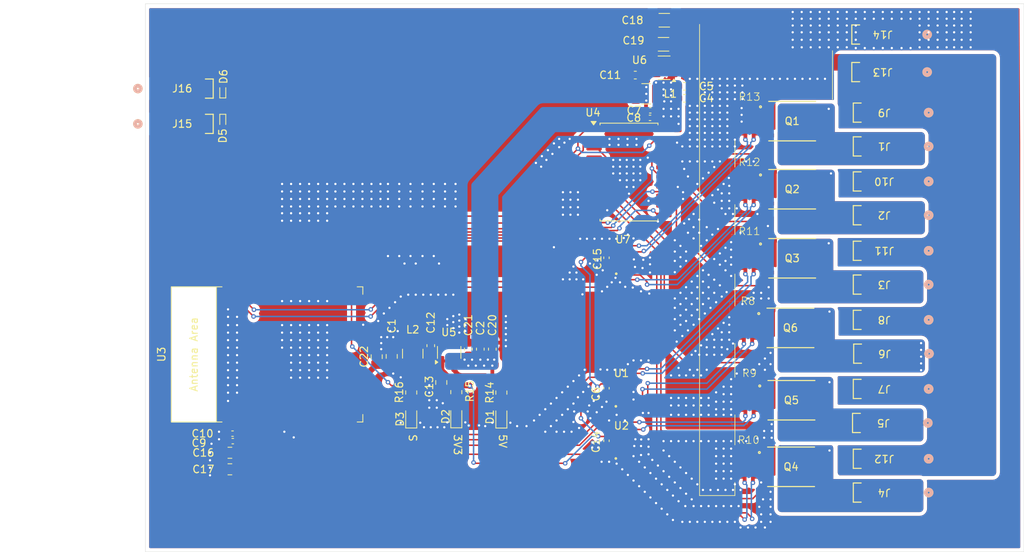
<source format=kicad_pcb>
(kicad_pcb (version 20240108) (generator "pcbnew") (generator_version "8.0")
  (layers (0 "F.Cu" signal) (31 "B.Cu" signal) (34 "B.Paste" user) (35 "F.Paste" user) (36 "B.SilkS" user "B.Silkscreen") (37 "F.SilkS" user "F.Silkscreen") (38 "B.Mask" user) (39 "F.Mask" user) (44 "Edge.Cuts" user))
  (net 0 "")
  (net 1 "GND")
  (net 2 "Net-(D1-A)")
  (net 3 "Net-(D2-A)")
  (net 4 "Net-(D3-A)")
  (net 5 "TX0")
  (net 6 "RX0")
  (net 7 "/LED_Driver/O1")
  (net 8 "/LED_Driver/O2")
  (net 9 "/LED_Driver/O3")
  (net 10 "/LED_Driver/O4")
  (net 11 "/LED_Driver/O5")
  (net 12 "/LED_Driver/O6")
  (net 13 "VCC")
  (net 14 "Net-(U6-SW)")
  (net 15 "+5V")
  (net 16 "Net-(U5-SW)")
  (net 17 "+3.3V")
  (net 18 "AIN0")
  (net 19 "Net-(Q1-G)")
  (net 20 "AIN1")
  (net 21 "Net-(Q2-G)")
  (net 22 "Net-(Q3-G)")
  (net 23 "AIN2")
  (net 24 "AIN3")
  (net 25 "Net-(Q4-G)")
  (net 26 "AIN4")
  (net 27 "Net-(Q5-G)")
  (net 28 "AIN5")
  (net 29 "Net-(Q6-G)")
  (net 30 "LED_PWM5")
  (net 31 "LED_PWM2")
  (net 32 "AIN6")
  (net 34 "Net-(U3-EN{slash}CHIP_PU)")
  (net 37 "LED_PWM6")
  (net 38 "LED_PWM4")
  (net 39 "LED_PWM1")
  (net 41 "~{LED_EN}")
  (net 42 "STATUS_LED")
  (net 44 "LED_PWM3")
  (net 45 "USB_D-")
  (net 46 "USB_D+")
  (net 47 "Net-(U5-BST)")
  (net 48 "Net-(U6-BST)")
  (net 49 "R2+")
  (net 50 "R3+")
  (net 51 "R4+")
  (net 52 "R5+")
  (net 53 "R6+")
  (net 54 "R1+")
  (net 55 "R6-")
  (net 56 "R5-")
  (net 57 "R4-")
  (net 58 "R3-")
  (net 59 "R2-")
  (net 60 "R1-")
  (net 61 "Net-(NT1-Pad2)")
  (net 62 "Net-(NT8-Pad2)")
  (net 63 "Net-(NT9-Pad2)")
  (net 64 "Net-(NT10-Pad2)")
  (net 65 "Net-(NT11-Pad2)")
  (net 66 "Net-(NT12-Pad1)")
  (footprint "shunts:wsk1216_shunt" (layer "F.Cu") (at 202.44 94.7)
    (property "Reference" "R9")
    (property "Value" "0.2mR  3W 1%")
  )
  (footprint "LED_SMD:LED_0603_1608Metric" (layer "F.Cu") (at 157.4 100.0125 90)
    (property "Reference" "D3")
    (property "Value" "150060BS75000" (hide yes))
  )
  (footprint "shunts:wsk1216_shunt" (layer "F.Cu") (at 202.44 75.8)
    (property "Reference" "R11")
    (property "Value" "0.2mR  3W 1%")
  )
  (footprint "Capacitor_SMD:C_0402_1005Metric_Pad0.74x0.62mm_HandSolder" (layer "F.Cu") (at 133.6325 103.25 180)
    (property "Reference" "C9")
    (property "Value" "1uF 16V")
  )
  (footprint "Capacitor_SMD:C_0603_1608Metric_Pad1.08x0.95mm_HandSolder" (layer "F.Cu") (at 166.6 91 90)
    (property "Reference" "C2")
    (property "Value" "22uF 10V")
  )
  (footprint "Capacitor_SMD:C_0402_1005Metric_Pad0.74x0.62mm_HandSolder" (layer "F.Cu") (at 189.2325 59.2 180)
    (property "Reference" "C7")
    (property "Value" "0.1uF 16V")
  )
  (footprint "NetTie:NetTie-2_SMD_Pad0.5mm" (layer "F.Cu") (at 203 62.6 90)
    (property "Reference" "NT11" (hide yes))
    (property "Value" "NetTie_2" (hide yes))
  )
  (footprint "NetTie:NetTie-2_SMD_Pad0.5mm" (layer "F.Cu") (at 201.9 80.5 -90)
    (property "Reference" "NT4" (hide yes))
    (property "Value" "NetTie_2" (hide yes))
  )
  (footprint "Package_TO_SOT_SMD:TSOT-23-6" (layer "F.Cu") (at 162.45 91.4375 90)
    (property "Reference" "U5")
    (property "Value" "AP63203WU")
  )
  (footprint "Diode_SMD:D_SOD-923" (layer "F.Cu") (at 132.3 60.58 -90)
    (property "Reference" "D5")
    (property "Value" "ESD9B3.3ST5G" (hide yes))
  )
  (footprint "LED_SMD:LED_0603_1608Metric" (layer "F.Cu") (at 163.4 99.9875 90)
    (property "Reference" "D2")
    (property "Value" "150060GS75000" (hide yes))
  )
  (footprint "Digi_MOSFET:MOSFET_DP-T1-RE3_VIS_fix" (layer "F.Cu") (at 207.9 88.1699)
    (property "Reference" "Q6")
    (property "Value" "SIR500DP-T1-RE3")
  )
  (footprint "footprints:CONN_2065-100&slash_998-403_WAG" (layer "F.Cu") (at 220.4 73.165 180)
    (property "Reference" "J2")
    (property "Value" "2065-100/998-403" (hide yes))
  )
  (footprint "Capacitor_SMD:C_0805_2012Metric_Pad1.18x1.45mm_HandSolder" (layer "F.Cu") (at 133.25 104.8 180)
    (property "Reference" "C16")
    (property "Value" "22uF 6.3V")
  )
  (footprint "NetTie:NetTie-2_SMD_Pad0.5mm" (layer "F.Cu") (at 201.7 89.8 90)
    (property "Reference" "NT7" (hide yes))
    (property "Value" "NetTie_2" (hide yes))
  )
  (footprint "Capacitor_SMD:C_0402_1005Metric_Pad0.74x0.62mm_HandSolder" (layer "F.Cu") (at 183.4 103.2 -90)
    (property "Reference" "C14")
    (property "Value" "0.1uF 16V")
  )
  (footprint "footprints:CONN_2065-100&slash_998-403_WAG" (layer "F.Cu") (at 126.9 61)
    (property "Reference" "J15")
    (property "Value" "2065-100/998-403" (hide yes))
  )
  (footprint "Digi_MOSFET:MOSFET_DP-T1-RE3_VIS_fix" (layer "F.Cu") (at 208.03 97.805)
    (property "Reference" "Q5")
    (property "Value" "SIR500DP-T1-RE3")
  )
  (footprint "INA2180_WSON:WSON8_DSG_TEX" (layer "F.Cu") (at 185.3967 103.649999 90)
    (property "Reference" "U2")
    (property "Value" "INA2180A3IDSGR")
  )
  (footprint "INA2180_WSON:WSON8_DSG_TEX" (layer "F.Cu") (at 185.399999 96.7033 90)
    (property "Reference" "U1")
    (property "Value" "INA2180A3IDSGR")
  )
  (footprint "PCM_Espressif:ESP32-C6-WROOM-1" (layer "F.Cu") (at 141.2 91.7 90)
    (property "Reference" "U3")
    (property "Value" "ESP32-C6-WROOM-1")
  )
  (footprint "footprints:CONN_2065-100&slash_998-403_WAG" (layer "F.Cu") (at 220.4 105.6 180)
    (property "Reference" "J12")
    (property "Value" "2065-100/998-403" (hide yes))
  )
  (footprint "shunts:wsk1216_shunt" (layer "F.Cu") (at 202.44 66.6)
    (property "Reference" "R12")
    (property "Value" "0.2mR  3W 1%")
  )
  (footprint "Capacitor_SMD:C_0402_1005Metric_Pad0.74x0.62mm_HandSolder" (layer "F.Cu") (at 189.2 60.2 180)
    (property "Reference" "C8")
    (property "Value" "1uF 16V")
  )
  (footprint "Capacitor_SMD:C_0603_1608Metric_Pad1.08x0.95mm_HandSolder" (layer "F.Cu") (at 187.2375 54.5)
    (property "Reference" "C11")
    (property "Value" "0.1uF 50V")
  )
  (footprint "Resistor_SMD:R_0805_2012Metric" (layer "F.Cu") (at 169.4 96.7875 -90)
    (property "Reference" "R14")
    (property "Value" "470R" (hide yes))
  )
  (footprint "NetTie:NetTie-2_SMD_Pad0.5mm" (layer "F.Cu") (at 202.9 108.3 90)
    (property "Reference" "NT9" (hide yes))
    (property "Value" "NetTie_2" (hide yes))
  )
  (footprint "footprints:CONN_2065-100&slash_998-403_WAG" (layer "F.Cu") (at 220.4 77.9 180)
    (property "Reference" "J11")
    (property "Value" "2065-100/998-403" (hide yes))
  )
  (footprint "NetTie:NetTie-2_SMD_Pad0.5mm" (layer "F.Cu") (at 201.8 108.3 -90)
    (property "Reference" "NT5" (hide yes))
    (property "Value" "NetTie_2" (hide yes))
  )
  (footprint "INA2180_WSON:WSON8_DSG_TEX" (layer "F.Cu") (at 185.45 79.05 90)
    (property "Reference" "U7")
    (property "Value" "INA2180A3IDSGR")
  )
  (footprint "footprints:CONN_2065-100&slash_998-403_WAG" (layer "F.Cu") (at 220.449999 91.6 180)
    (property "Reference" "J6")
    (property "Value" "2065-100/998-403" (hide yes))
  )
  (footprint "footprints:CONN_2065-100&slash_998-403_WAG" (layer "F.Cu") (at 220.4 68.665 180)
    (property "Reference" "J10")
    (property "Value" "2065-100/998-403" (hide yes))
  )
  (footprint "Capacitor_SMD:C_1206_3216Metric_Pad1.33x1.80mm_HandSolder" (layer "F.Cu") (at 191 50.4 180)
    (property "Reference" "C19")
    (property "Value" "10uF 50V")
  )
  (footprint "Capacitor_SMD:C_0603_1608Metric_Pad1.08x0.95mm_HandSolder" (layer "F.Cu") (at 168.2 91 90)
    (property "Reference" "C20")
    (property "Value" "22uF 10V")
  )
  (footprint "Capacitor_SMD:C_0402_1005Metric_Pad0.74x0.62mm_HandSolder" (layer "F.Cu") (at 133.6 102.25 180)
    (property "Reference" "C10")
    (property "Value" "0.1uF 16V")
  )
  (footprint "footprints:CONN_2065-100&slash_998-403_WAG" (layer "F.Cu") (at 220.4 82.4 180)
    (property "Reference" "J3")
    (property "Value" "2065-100/998-403" (hide yes))
  )
  (footprint "Capacitor_SMD:C_0805_2012Metric_Pad1.18x1.45mm_HandSolder" (layer "F.Cu") (at 154.8 91.9625 90)
    (property "Reference" "C1")
    (property "Value" "22uF 6.3V")
  )
  (footprint "footprints:CONN_2065-100&slash_998-403_WAG" (layer "F.Cu") (at 220.2 49.1 180)
    (property "Reference" "J14")
    (property "Value" "2065-100/998-403" (hide yes))
  )
  (footprint "Inductor_SMD:L_1210_3225Metric" (layer "F.Cu") (at 188.7 57)
    (property "Reference" "L1")
    (property "Value" "4.7uH")
  )
  (footprint "shunts:wsk1216_shunt" (layer "F.Cu") (at 202.24 85.1)
    (property "Reference" "R8")
    (property "Value" "0.2mR  3W 1%")
  )
  (footprint "Capacitor_SMD:C_0603_1608Metric_Pad1.08x0.95mm_HandSolder" (layer "F.Cu") (at 160 90.5375 -90)
    (property "Reference" "C12")
    (property "Value" "0.1uF 50V")
  )
  (footprint "Package_SO:SOIC-20W_7.5x12.8mm_P1.27mm" (layer "F.Cu") (at 186.4 67.415)
    (property "Reference" "U4")
    (property "Value" "SN74LS244DWR")
  )
  (footprint "NetTie:NetTie-2_SMD_Pad0.5mm" (layer "F.Cu") (at 203 71.3 -90)
    (property "Reference" "NT12" (hide yes))
    (property "Value" "NetTie_2" (hide yes))
  )
  (footprint "Digi_MOSFET:MOSFET_DP-T1-RE3_VIS_fix" (layer "F.Cu") (at 208.13 60.635)
    (property "Reference" "Q1")
    (property "Value" "SIR500DP-T1-RE3")
  )
  (footprint "Capacitor_SMD:C_0603_1608Metric_Pad1.08x0.95mm_HandSolder" (layer "F.Cu") (at 193.8 57.6)
    (property "Reference" "C4")
    (property "Value" "22uF 10V")
  )
  (footprint "Capacitor_SMD:C_0402_1005Metric_Pad0.74x0.62mm_HandSolder" (layer "F.Cu") (at 183.4 78.8325 -90)
    (property "Reference" "C15")
    (property "Value" "0.1uF 16V")
  )
  (footprint "shunts:wsk1216_shunt" (layer "F.Cu") (at 202.45 57.9)
    (property "Reference" "R13")
    (property "Value" "0.2mR  3W 1%")
  )
  (footprint "Digi_MOSFET:MOSFET_DP-T1-RE3_VIS_fix" (layer "F.Cu") (at 208.13 69.705)
    (property "Reference" "Q2")
    (property "Value" "SIR500DP-T1-RE3")
  )
  (footprint "footprints:CONN_2065-100&slash_998-403_WAG" (layer "F.Cu") (at 220.4 64 180)
    (property "Reference" "J1")
    (property "Value" "2065-100/998-403" (hide yes))
  )
  (footprint "Package_TO_SOT_SMD:TSOT-23-6" (layer "F.Cu") (at 191.075 53.525 180)
    (property "Reference" "U6")
    (property "Value" "AP63205WU")
  )
  (footprint "footprints:CONN_2065-100&slash_998-403_WAG" (layer "F.Cu") (at 220.4 59.5 180)
    (property "Reference" "J9")
    (property "Value" "2065-100/998-403" (hide yes))
  )
  (footprint "Digi_MOSFET:MOSFET_DP-T1-RE3_VIS_fix" (layer "F.Cu") (at 208.13 78.9)
    (property "Reference" "Q3")
    (property "Value" "SIR500DP-T1-RE3")
  )
  (footprint "NetTie:NetTie-2_SMD_Pad0.5mm" (layer "F.Cu") (at 201.9 62.6 -90)
    (property "Reference" "NT2" (hide yes))
    (property "Value" "NetTie_2" (hide yes))
  )
  (footprint "Resistor_SMD:R_0805_2012Metric" (layer "F.Cu") (at 163.4 96.725 -90)
    (property "Reference" "R15")
    (property "Value" "82R" (hide yes))
  )
  (footprint "NetTie:NetTie-2_SMD_Pad0.5mm" (layer "F.Cu") (at 203 80.5 90)
    (property "Reference" "NT10" (hide yes))
    (property "Value" "NetTie_2" (hide yes))
  )
  (footprint "Inductor_SMD:L_1210_3225Metric" (layer "F.Cu") (at 157.6 91.6 -90)
    (property "Reference" "L2")
    (property "Value" "4.7uH")
  )
  (footprint "footprints:CONN_2065-100&slash_998-403_WAG" (layer "F.Cu") (at 220.2951 100.8299 180)
    (property "Reference" "J5")
    (property "Value" "2065-100/998-403" (hide yes))
  )
  (footprint "Capacitor_SMD:C_0805_2012Metric_Pad1.18x1.45mm_HandSolder" (layer "F.Cu") (at 152.8 92 90)
    (property "Reference" "C22")
    (property "Value" "22uF 6.3V")
  )
  (footprint "footprints:CONN_2065-100&slash_998-403_WAG" (layer "F.Cu") (at 220.4 87.1 180)
    (property "Reference" "J8")
    (property "Value" "2065-100/998-403" (hide yes))
  )
  (footprint "Capacitor_SMD:C_0603_1608Metric_Pad1.08x0.95mm_HandSolder" (layer "F.Cu") (at 165 91 90)
    (property "Reference" "C21")
    (property "Value" "22uF 10V")
  )
  (footprint "Capacitor_SMD:C_0402_1005Metric_Pad0.74x0.62mm_HandSolder" (layer "F.Cu") (at 183.4 96.2 -90)
    (property "Reference" "C6")
    (property "Value" "0.1uF 16V")
  )
  (footprint "Capacitor_SMD:C_0603_1608Metric_Pad1.08x0.95mm_HandSolder" (layer "F.Cu") (at 193.8 56)
    (property "Reference" "C5")
    (property "Value" "22uF 10V")
  )
  (footprint "footprints:CONN_2065-100&slash_998-403_WAG" (layer "F.Cu") (at 126.9 56.3)
    (property "Reference" "J16")
    (property "Value" "2065-100/998-403" (hide yes))
  )
  (footprint "Digi_MOSFET:MOSFET_DP-T1-RE3_VIS_fix" (layer "F.Cu") (at 207.9826 106.6699)
    (property "Reference" "Q4")
    (property "Value" "SIR500DP-T1-RE3")
  )
  (footprint "Capacitor_SMD:C_0805_2012Metric_Pad1.18x1.45mm_HandSolder" (layer "F.Cu") (at 161.4 95.4375 -90)
    (property "Reference" "C13")
    (property "Value" "22uF 6.3V")
  )
  (footprint "footprints:CONN_2065-100&slash_998-403_WAG" (layer "F.Cu") (at 220.4 96.3 180)
    (property "Reference" "J7")
    (property "Value" "2065-100/998-403" (hide yes))
  )
  (footprint "NetTie:NetTie-2_SMD_Pad0.5mm" (layer "F.Cu") (at 201.9 99.4 -90)
    (property "Reference" "NT6" (hide yes))
    (property "Value" "NetTie_2" (hide yes))
  )
  (footprint "NetTie:NetTie-2_SMD_Pad0.5mm" (layer "F.Cu") (at 202.8 89.8 90)
    (property "Reference" "NT1" (hide yes))
    (property "Value" "NetTie_2" (hide yes))
  )
  (footprint "LED_SMD:LED_0603_1608Metric" (layer "F.Cu") (at 169.4 100.025 90)
    (property "Reference" "D1")
    (property "Value" "150060GS75000" (hide yes))
  )
  (footprint "NetTie:NetTie-2_SMD_Pad0.5mm" (layer "F.Cu") (at 203 99.4 90)
    (property "Reference" "NT8" (hide yes))
    (property "Value" "NetTie_2" (hide yes))
  )
  (footprint "shunts:wsk1216_shunt" (layer "F.Cu") (at 202.34 103.6)
    (property "Reference" "R10")
    (property "Value" "0.2mR  3W 1%")
  )
  (footprint "Capacitor_SMD:C_1206_3216Metric_Pad1.33x1.80mm_HandSolder" (layer "F.Cu") (at 191.1 47.2 180)
    (property "Reference" "C18")
    (property "Value" "10uF 50V")
  )
  (footprint "footprints:CONN_2065-100&slash_998-403_WAG" (layer "F.Cu") (at 220.2 54.1 180)
    (property "Reference" "J13")
    (property "Value" "2065-100/998-403" (hide yes))
  )
  (footprint "Resistor_SMD:R_0805_2012Metric" (layer "F.Cu") (at 157.4 96.775 -90)
    (property "Reference" "R16")
    (property "Value" "33R")
  )
  (footprint "Capacitor_SMD:C_0805_2012Metric_Pad1.18x1.45mm_HandSolder" (layer "F.Cu") (at 133.25 107 180)
    (property "Reference" "C17")
    (property "Value" "22uF 6.3V")
  )
  (footprint "footprints:CONN_2065-100&slash_998-403_WAG" (layer "F.Cu") (at 220.4 110.1 180)
    (property "Reference" "J4")
    (property "Value" "2065-100/998-403" (hide yes))
  )
  (footprint "NetTie:NetTie-2_SMD_Pad0.5mm" (layer "F.Cu") (at 201.9 71.3 -90)
    (property "Reference" "NT3" (hide yes))
    (property "Value" "NetTie_2" (hide yes))
  )
  (footprint "Diode_SMD:D_SOD-923" (layer "F.Cu") (at 132.3 56.68 90)
    (property "Reference" "D6")
    (property "Value" "ESD9B3.3ST5G" (hide yes))
  )
  (gr_line (start 200.5 66.75) (end 200.5 63) (stroke (width 0.1)) (layer "F.SilkS"))
  (gr_line (start 200.5 71.75) (end 200.5 75.75) (stroke (width 0.1)) (layer "F.SilkS"))
  (gr_line (start 195.8 47.75) (end 195.8 110.5) (stroke (width 0.1)) (layer "F.SilkS"))
  (gr_line (start 213.5 57.75) (end 213.5 51.25) (stroke (width 0.1)) (layer "F.SilkS"))
  (gr_line (start 200.5 110.5) (end 200.5 108.75) (stroke (width 0.1)) (layer "F.SilkS"))
  (gr_line (start 200.5 99.75) (end 200.5 103.75) (stroke (width 0.1)) (layer "F.SilkS"))
  (gr_line (start 195.8 110.5) (end 200.5 110.5) (stroke (width 0.1)) (layer "F.SilkS"))
  (gr_line (start 200.5 90.25) (end 200.5 94.75) (stroke (width 0.1)) (layer "F.SilkS"))
  (gr_line (start 200.5 81) (end 200.5 85.25) (stroke (width 0.1)) (layer "F.SilkS"))
  (gr_rect (start 122 45) (end 239 118) (stroke (width 0.05)) (fill none) (layer "Edge.Cuts"))
  (gr_text "S" (at 157 102.25 -90) (layer "F.SilkS") (effects (font (size 1 1)) (justify left bottom)))
  (gr_text "3V3" (at 163 102.25 -90) (layer "F.SilkS") (effects (font (size 1 1)) (justify left bottom)))
  (gr_text "5V" (at 169 102.25 -90) (layer "F.SilkS") (effects (font (size 1 1)) (justify left bottom)))
  (segment (start 133.0325 100.5425) (end 132.94 100.45) (width 0.2) (layer "F.Cu") (net 1))
  (segment (start 189.4375 52.075) (end 189.4375 50.4) (width 0.8) (layer "F.Cu") (net 1))
  (segment (start 184.206999 96.703299) (end 185.4 96.703299) (width 0.8) (layer "F.Cu") (net 1))
  (segment (start 188.7 57.9) (end 188.7 57) (width 0.2) (layer "F.Cu") (net 1))
  (segment (start 183.4 96.7675) (end 184.142798 96.7675) (width 0.8) (layer "F.Cu") (net 1))
  (segment (start 185.399999 96.7033) (end 185.4 96.703299) (width 0.2) (layer "F.Cu") (net 1))
  (segment (start 132.2125 104.8) (end 132.2125 104.1025) (width 0.2) (layer "F.Cu") (net 1))
  (segment (start 183.4 103.7675) (end 185.279199 103.7675) (width 0.2) (layer "F.Cu") (net 1))
  (segment (start 186.15 97.7066) (end 186.15 97.111301) (width 0.2) (layer "F.Cu") (net 1))
  (segment (start 189.4375 47.3) (end 189.5375 47.2) (width 0.2) (layer "F.Cu") (net 1))
  (segment (start 187 96.7) (end 185.403299 96.7) (width 0.8) (layer "F.Cu") (net 1))
  (segment (start 187.553299 104.653299) (end 188 105.1) (width 0.2) (layer "F.Cu") (net 1))
  (segment (start 189.9375 52.575) (end 189.4375 52.075) (width 0.8) (layer "F.Cu") (net 1))
  (segment (start 185.741999 96.7033) (end 185.399999 96.7033) (width 0.2) (layer "F.Cu") (net 1))
  (segment (start 179.63 73.13) (end 179.6 73.1) (width 0.2) (layer "F.Cu") (net 1))
  (segment (start 163.4 89) (end 163.6 88.8) (width 0.5) (layer "F.Cu") (net 1))
  (segment (start 183.704525 79.400001) (end 183.399999 79.400001) (width 0.8) (layer "F.Cu") (net 1))
  (segment (start 185.45 79.05) (end 187.05 79.05) (width 0.8) (layer "F.Cu") (net 1))
  (segment (start 181.75 73.13) (end 179.63 73.13) (width 0.2) (layer "F.Cu") (net 1))
  (segment (start 185.792 79.05) (end 185.45 79.05) (width 0.2) (layer "F.Cu") (net 1))
  (segment (start 133.0325 102.25) (end 133.0325 100.5425) (width 0.2) (layer "F.Cu") (net 1))
  (segment (start 184.054526 79.05) (end 183.704525 79.400001) (width 0.8) (layer "F.Cu") (net 1))
  (segment (start 133.065 103.25) (end 133.065 102.2825) (width 0.2) (layer "F.Cu") (net 1))
  (segment (start 132.2125 107) (end 132.2125 104.8) (width 0.2) (layer "F.Cu") (net 1))
  (segment (start 186.15 97.7066) (end 187.000026 97.7066) (width 0.2) (layer "F.Cu") (net 1))
  (segment (start 185.279199 103.7675) (end 185.3967 103.649999) (width 0.2) (layer "F.Cu") (net 1))
  (segment (start 185.403299 96.7) (end 185.4 96.703299) (width 0.2) (layer "F.Cu") (net 1))
  (segment (start 184.142798 96.7675) (end 184.206999 96.703299) (width 0.8) (layer "F.Cu") (net 1))
  (segment (start 133.065 102.2825) (end 133.0325 102.25) (width 0.2) (layer "F.Cu") (net 1))
  (segment (start 189.4375 50.4) (end 189.4375 47.3) (width 0.8) (layer "F.Cu") (net 1))
  (segment (start 188.7 57) (end 188.7 56.1) (width 0.2) (layer "F.Cu") (net 1))
  (segment (start 185.45 79.05) (end 184.054526 79.05) (width 0.8) (layer "F.Cu") (net 1))
  (segment (start 188.665 57.935) (end 188.7 57.9) (width 0.2) (layer "F.Cu") (net 1))
  (segment (start 186.200001 79.458001) (end 185.792 79.05) (width 0.2) (layer "F.Cu") (net 1))
  (segment (start 187.05 79.05) (end 187.049966 79.050034) (width 0.2) (layer "F.Cu") (net 1))
  (segment (start 186.200001 80.0533) (end 187.2 80.0533) (width 0.3) (layer "F.Cu") (net 1))
  (segment (start 186.146701 104.653299) (end 187.553299 104.653299) (width 0.2) (layer "F.Cu") (net 1))
  (segment (start 183.5 72.5) (end 182.87 73.13) (width 0.2) (layer "F.Cu") (net 1))
  (segment (start 182.87 73.13) (end 181.75 73.13) (width 0.2) (layer "F.Cu") (net 1))
  (segment (start 163.4 90.3) (end 163.4 89) (width 0.5) (layer "F.Cu") (net 1))
  (segment (start 186.146701 104.058) (end 185.7387 103.649999) (width 0.2) (layer "F.Cu") (net 1))
  (segment (start 186.146701 104.653299) (end 186.146701 104.058) (width 0.2) (layer "F.Cu") (net 1))
  (segment (start 132.2125 104.1025) (end 133.065 103.25) (width 0.2) (layer "F.Cu") (net 1))
  (segment (start 186.15 97.111301) (end 185.741999 96.7033) (width 0.2) (layer "F.Cu") (net 1))
  (segment (start 186.200001 80.0533) (end 186.200001 79.458001) (width 0.2) (layer "F.Cu") (net 1))
  (segment (start 188.665 59.2) (end 188.665 57.935) (width 0.2) (layer "F.Cu") (net 1))
  (segment (start 185.7387 103.649999) (end 185.3967 103.649999) (width 0.2) (layer "F.Cu") (net 1))
  (via (at 195.25 91.25) (size 0.6) (drill 0.3) (layers "F.Cu" "B.Cu") (net 1))
  (via (at 158 79.6) (size 0.6) (drill 0.3) (layers "F.Cu" "B.Cu") (net 1))
  (via (at 198.25 88.25) (size 0.6) (drill 0.3) (layers "F.Cu" "B.Cu") (net 1))
  (via (at 220.2 50.9) (size 0.6) (drill 0.3) (layers "F.Cu" "B.Cu") (net 1))
  (via (at 190.25 106.5) (size 0.6) (drill 0.3) (layers "F.Cu" "B.Cu") (net 1))
  (via (at 189 105) (size 0.6) (drill 0.3) (layers "F.Cu" "B.Cu") (net 1))
  (via (at 141.4 88.8) (size 0.6) (drill 0.3) (layers "F.Cu" "B.Cu") (net 1))
  (via (at 179.1 99.3) (size 0.6) (drill 0.3) (layers "F.Cu" "B.Cu") (net 1))
  (via (at 151 87.75) (size 0.6) (drill 0.3) (layers "F.Cu" "B.Cu") (net 1))
  (via (at 229.7 47.9) (size 0.6) (drill 0.3) (layers "F.Cu" "B.Cu") (net 1))
  (via (at 154.6 88.6) (size 0.6) (drill 0.3) (layers "F.Cu" "B.Cu") (net 1))
  (via (at 198.25 75) (size 0.6) (drill 0.3) (layers "F.Cu" "B.Cu") (net 1))
  (via (at 199 106.25) (size 0.6) (drill 0.3) (layers "F.Cu" "B.Cu") (net 1))
  (via (at 228.7 47.9) (size 0.6) (drill 0.3) (layers "F.Cu" "B.Cu") (net 1))
  (via (at 193.5 64) (size 0.6) (drill 0.3) (layers "F.Cu" "B.Cu") (net 1))
  (via (at 200 96) (size 0.6) (drill 0.3) (layers "F.Cu" "B.Cu") (net 1))
  (via (at 219 46.1) (size 0.6) (drill 0.3) (layers "F.Cu" "B.Cu") (net 1))
  (via (at 165.05 101.172675) (size 0.6) (drill 0.3) (layers "F.Cu" "B.Cu") (net 1))
  (via (at 142.6 90.8) (size 0.6) (drill 0.3) (layers "F.Cu" "B.Cu") (net 1))
  (via (at 211.8 50.8) (size 0.6) (drill 0.3) (layers "F.Cu" "B.Cu") (net 1))
  (via (at 194 110.25) (size 0.6) (drill 0.3) (layers "F.Cu" "B.Cu") (net 1))
  (via (at 230.7 49.8) (size 0.6) (drill 0.3) (layers "F.Cu" "B.Cu") (net 1))
  (via (at 174 66.2) (size 0.6) (drill 0.3) (layers "F.Cu" "B.Cu") (net 1))
  (via (at 214.2 47) (size 0.6) (drill 0.3) (layers "F.Cu" "B.Cu") (net 1))
  (via (at 226.3 48.8) (size 0.6) (drill 0.3) (layers "F.Cu" "B.Cu") (net 1))
  (via (at 192 97.5) (size 0.6) (drill 0.3) (layers "F.Cu" "B.Cu") (net 1))
  (via (at 183.5 82.7) (size 0.6) (drill 0.3) (layers "F.Cu" "B.Cu") (net 1))
  (via (at 197.5 64) (size 0.6) (drill 0.3) (layers "F.Cu" "B.Cu") (net 1))
  (via (at 198.5 62.2) (size 0.6) (drill 0.3) (layers "F.Cu" "B.Cu") (net 1))
  (via (at 181 96) (size 0.6) (drill 0.3) (layers "F.Cu" "B.Cu") (net 1))
  (via (at 196.5 86.25) (size 0.6) (drill 0.3) (layers "F.Cu" "B.Cu") (net 1))
  (via (at 199 108.25) (size 0.6) (drill 0.3) (layers "F.Cu" "B.Cu") (net 1))
  (via (at 197 98.5) (size 0.6) (drill 0.3) (layers "F.Cu" "B.Cu") (net 1))
  (via (at 186.1 69.4) (size 0.6) (drill 0.3) (layers "F.Cu" "B.Cu") (net 1))
  (via (at 179.6 72.1) (size 0.6) (drill 0.3) (layers "F.Cu" "B.Cu") (net 1))
  (via (at 199 107.25) (size 0.6) (drill 0.3) (layers "F.Cu" "B.Cu") (net 1))
  (via (at 229.7 46.1) (size 0.6) (drill 0.3) (layers "F.Cu" "B.Cu") (net 1))
  (via (at 175.4 65.8) (size 0.6) (drill 0.3) (layers "F.Cu" "B.Cu") (net 1))
  (via (at 188.7 57.9) (size 0.6) (drill 0.3) (layers "F.Cu" "B.Cu") (net 1))
  (via (at 192.5 80.75) (size 0.6) (drill 0.3) (layers "F.Cu" "B.Cu") (net 1))
  (via (at 184.6 81.5) (size 0.6) (drill 0.3) (layers "F.Cu" "B.Cu") (net 1))
  (via (at 199.5 57.7) (size 0.6) (drill 0.3) (layers "F.Cu" "B.Cu") (net 1))
  (via (at 197.75 66.75) (size 0.6) (drill 0.3) (layers "F.Cu" "B.Cu") (net 1))
  (via (at 195 94.5) (size 0.6) (drill 0.3) (layers "F.Cu" "B.Cu") (net 1))
  (via (at 182.2 79.2) (size 0.6) (drill 0.3) (layers "F.Cu" "B.Cu") (net 1))
  (via (at 210.6 47.9) (size 0.6) (drill 0.3) (layers "F.Cu" "B.Cu") (net 1))
  (via (at 200 104.25) (size 0.6) (drill 0.3) (layers "F.Cu" "B.Cu") (net 1))
  (via (at 211.8 49.8) (size 0.6) (drill 0.3) (layers "F.Cu" "B.Cu") (net 1))
  (via (at 189 71.25) (size 0.6) (drill 0.3) (layers "F.Cu" "B.Cu") (net 1))
  (via (at 146.2 92.8) (size 0.6) (drill 0.3) (layers "F.Cu" "B.Cu") (net 1))
  (via (at 181.8 76.3) (size 0.6) (drill 0.3) (layers "F.Cu" "B.Cu") (net 1))
  (via (at 180.2 83.7) (size 0.6) (drill 0.3) (layers "F.Cu" "B.Cu") (net 1))
  (via (at 160.4 71) (size 0.6) (drill 0.3) (layers "F.Cu" "B.Cu") (net 1))
  (via (at 201.5 55.9) (size 0.6) (drill 0.3) (layers "F.Cu" "B.Cu") (net 1))
  (via (at 195 76.25) (size 0.6) (drill 0.3) (layers "F.Cu" "B.Cu") (net 1))
  (via (at 199 99.75) (size 0.6) (drill 0.3) (layers "F.Cu" "B.Cu") (net 1))
  (via (at 203 66) (size 0.6) (drill 0.3) (layers "F.Cu" "B.Cu") (net 1))
  (via (at 196.5 64) (size 0.6) (drill 0.3) (layers "F.Cu" "B.Cu") (net 1))
  (via (at 196 90.5) (size 0.6) (drill 0.3) (layers "F.Cu" "B.Cu") (net 1))
  (via (at 130.6 104.8) (size 0.6) (drill 0.3) (layers "F.Cu" "B.Cu") (net 1))
  (via (at 196.5 56.8) (size 0.6) (drill 0.3) (layers "F.Cu" "B.Cu") (net 1))
  (via (at 150.9 70) (size 0.6) (drill 0.3) (layers "F.Cu" "B.Cu") (net 1))
  (via (at 198.75 84) (size 0.6) (drill 0.3) (layers "F.Cu" "B.Cu") (net 1))
  (via (at 200.25 109.75) (size 0.6) (drill 0.3) (layers "F.Cu" "B.Cu") (net 1))
  (via (at 197.75 91.75) (size 0.6) (drill 0.3) (layers "F.Cu" "B.Cu") (net 1))
  (via (at 189.1 83.6) (size 0.6) (drill 0.3) (layers "F.Cu" "B.Cu") (net 1))
  (via (at 204 108.75) (size 0.6) (drill 0.3) (layers "F.Cu" "B.Cu") (net 1))
  (via (at 192.75 90) (size 0.6) (drill 0.3) (layers "F.Cu" "B.Cu") (net 1))
  (via (at 228.7 46.1) (size 0.6) (drill 0.3) (layers "F.Cu" "B.Cu") (net 1))
  (via (at 200.25 90.25) (size 0.6) (drill 0.3) (layers "F.Cu" "B.Cu") (net 1))
  (via (at 194.25 68) (size 0.6) (drill 0.3) (layers "F.Cu" "B.Cu") (net 1))
  (via (at 191 107.25) (size 0.6) (drill 0.3) (layers "F.Cu" "B.Cu") (net 1))
  (via (at 178.6 70.1) (size 0.6) (drill 0.3) (layers "F.Cu" "B.Cu") (net 1))
  (via (at 204.5 93.75) (size 0.6) (drill 0.3) (layers "F.Cu" "B.Cu") (net 1))
  (via (at 152.1 70) (size 0.6) (drill 0.3) (layers "F.Cu" "B.Cu") (net 1))
  (via (at 215.4 50.8) (size 0.6) (drill 0.3) (layers "F.Cu" "B.Cu") (net 1))
  (via (at 172.75 101.25) (size 0.6) (drill 0.3) (layers "F.Cu" "B.Cu") (net 1))
  (via (at 197 97.5) (size 0.6) (drill 0.3) (layers "F.Cu" "B.Cu") (net 1))
  (via (at 199.7 68.2) (size 0.6) (drill 0.3) (layers "F.Cu" "B.Cu") (net 1))
  (via (at 230.7 48.8) (size 0.6) (drill 0.3) (layers "F.Cu" "B.Cu") (net 1))
  (via (at 205.25 111) (size 0.6) (drill 0.3) (layers "F.Cu" "B.Cu") (net 1))
  (via (at 196.5 57.7) (size 0.6) (drill 0.3) (layers "F.Cu" "B.Cu") (net 1))
  (via (at 199.75 71.25) (size 0.6) (drill 0.3) (layers "F.Cu" "B.Cu") (net 1))
  (via (at 204.5 92.25) (size 0.6) (drill 0.3) (layers "F.Cu" "B.Cu") (net 1))
  (via (at 191 104.5) (size 0.6) (drill 0.3) (layers "F.Cu" "B.Cu") (net 1))
  (via (at 176.75 100.5) (size 0.6) (drill 0.3) (layers "F.Cu" "B.Cu") (net 1))
  (via (at 198.5 114) (size 0.6) (drill 0.3) (layers "F.Cu" "B.Cu") (net 1))
  (via (at 199.4 83.4) (size 0.6) (drill 0.3) (layers "F.Cu" "B.Cu") (net 1))
  (via (at 211.8 48.8) (size 0.6) (drill 0.3) (layers "F.Cu" "B.Cu") (net 1))
  (via (at 143.8 89.8) (size 0.6) (drill 0.3) (layers "F.Cu" "B.Cu") (net 1))
  (via (at 142.6 91.8) (size 0.6) (drill 0.3) (layers "F.Cu" "B.Cu") (net 1))
  (via (at 200 99.75) (size 0.6) (drill 0.3) (layers "F.Cu" "B.Cu") (net 1))
  (via (at 182.9 80.5) (size 0.6) (drill 0.3) (layers "F.Cu" "B.Cu") (net 1))
  (via (at 131.8 102) (size 0.6) (drill 0.3) (layers "F.Cu" "B.Cu") (net 1))
  (via (at 133 91.8) (size 0.6) (drill 0.3) (layers "F.Cu" "B.Cu") (net 1))
  (via (at 204.4 102.8) (size 0.6) (drill 0.3) (layers "F.Cu" "B.Cu") (net 1))
  (via (at 194.5 64) (size 0.6) (drill 0.3) (layers "F.Cu" "B.Cu") (net 1))
  (via (at 197.5 56.8) (size 0.6) (drill 0.3) (layers "F.Cu" "B.Cu") (net 1))
  (via (at 198.75 70.25) (size 0.6) (drill 0.3) (layers "F.Cu" "B.Cu") (net 1))
  (via (at 201.75 93.75) (size 0.6) (drill 0.3) (layers "F.Cu" "B.Cu") (net 1))
  (via (at 177.6 81.7) (size 0.6) (drill 0.3) (layers "F.Cu" "B.Cu") (net 1))
  (via (at 200.5 114) (size 0.6) (drill 0.3) (layers "F.Cu" "B.Cu") (net 1))
  (via (at 198 99) (size 0.6) (drill 0.3) (layers "F.Cu" "B.Cu") (net 1))
  (via (at 134.2 88.8) (size 0.6) (drill 0.3) (layers "F.Cu" "B.Cu") (net 1))
  (via (at 146.2 72) (size 0.6) (drill 0.3) (layers "F.Cu" "B.Cu") (net 1))
  (via (at 187 108.5) (size 0.6) (drill 0.3) (layers "F.Cu" "B.Cu") (net 1))
  (via (at 149.7 71) (size 0.6) (drill 0.3) (layers "F.Cu" "B.Cu") (net 1))
  (via (at 182.1 99.4) (size 0.6) (drill 0.3) (layers "F.Cu" "B.Cu") (net 1))
  (via (at 142.6 71) (size 0.6) (drill 0.3) (layers "F.Cu" "B.Cu") (net 1))
  (via (at 194.75 91.75) (size 0.6) (drill 0.3) (layers "F.Cu" "B.Cu") (net 1))
  (via (at 204.5 114.75) (size 0.6) (drill 0.3) (layers "F.Cu" "B.Cu") (net 1))
  (via (at 215.4 47) (size 0.6) (drill 0.3) (layers "F.Cu" "B.Cu") (net 1))
  (via (at 189.5 105.75) (size 0.6) (drill 0.3) (layers "F.Cu" "B.Cu") (net 1))
  (via (at 203.5 102.9) (size 0.6) (drill 0.3) (layers "F.Cu" "B.Cu") (net 1))
  (via (at 209.5 55) (size 0.6) (drill 0.3) (layers "F.Cu" "B.Cu") (net 1))
  (via (at 214.2 46.1) (size 0.6) (drill 0.3) (layers "F.Cu" "B.Cu") (net 1))
  (via (at 213 47) (size 0.6) (drill 0.3) (layers "F.Cu" "B.Cu") (net 1))
  (via (at 148.5 72) (size 0.6) (drill 0.3) (layers "F.Cu" "B.Cu") (net 1))
  (via (at 198.5 61.3) (size 0.6) (drill 0.3) (layers "F.Cu" "B.Cu") (net 1))
  (via (at 153.4 89.4) (size 0.6) (drill 0.3) (layers "F.Cu" "B.Cu") (net 1))
  (via (at 174.7 66.7) (size 0.6) (drill 0.3) (layers "F.Cu" "B.Cu") (net 1))
  (via (at 198 111.9) (size 0.6) (drill 0.3) (layers "F.Cu" "B.Cu") (net 1))
  (via (at 154.3 69) (size 0.6) (drill 0.3) (layers "F.Cu" "B.Cu") (net 1))
  (via (at 157.3 72) (size 0.6) (drill 0.3) (layers "F.Cu" "B.Cu") (net 1))
  (via (at 163.8 88) (size 0.6) (drill 0.3) (layers "F.Cu" "B.Cu") (net 1))
  (via (at 193.5 89.25) (size 0.6) (drill 0.3) (layers "F.Cu" "B.Cu") (net 1))
  (via (at 194.5 62.2) (size 0.6) (drill 0.3) (layers "F.Cu" "B.Cu") (net 1))
  (via (at 154.3 72) (size 0.6) (drill 0.3) (layers "F.Cu" "B.Cu") (net 1))
  (via (at 146.2 87.8) (size 0.6) (drill 0.3) (layers "F.Cu" "B.Cu") (net 1))
  (via (at 133 92.8) (size 0.6) (drill 0.3) (layers "F.Cu" "B.Cu") (net 1))
  (via (at 199.25 79.25) (size 0.6) (drill 0.3) (layers "F.Cu" "B.Cu") (net 1))
  (via (at 199.25 73) (size 0.6) (drill 0.3) (layers "F.Cu" "B.Cu") (net 1))
  (via (at 205.4 102.8) (size 0.6) (drill 0.3) (layers "F.Cu" "B.Cu") (net 1))
  (via (at 187.9 67.6) (size 0.6) (drill 0.3) (layers "F.Cu" "B.Cu") (net 1))
  (via (at 140.5 102) (size 0.6) (drill 0.3) (layers "F.Cu" "B.Cu") (net 1))
  (via (at 170 86.6) (size 0.6) (drill 0.3) (layers "F.Cu" "B.Cu") (net 1))
  (via (at 195.5 58.6) (size 0.6) (drill 0.3) (layers "F.Cu" "B.Cu") (net 1))
  (via (at 193.6 71) (size 0.6) (drill 0.3) (layers "F.Cu" "B.Cu") (net 1))
  (via (at 196 97.5) (size 0.6) (drill 0.3) (layers "F.Cu" "B.Cu") (net 1))
  (via (at 209.4 48.8) (size 0.6) (drill 0.3) (layers "F.Cu" "B.Cu") (net 1))
  (via (at 195.5 63.1) (size 0.6) (drill 0.3) (layers "F.Cu" "B.Cu") (net 1))
  (via (at 193.25 87.75) (size 0.6) (drill 0.3) (layers "F.Cu" "B.Cu") (net 1))
  (via (at 142.6 70) (size 0.6) (drill 0.3) (layers "F.Cu" "B.Cu") (net 1))
  (via (at 199.5 64) (size 0.6) (drill 0.3) (layers "F.Cu" "B.Cu") (net 1))
  (via (at 204 114) (size 0.6) (drill 0.3) (layers "F.Cu" "B.Cu") (net 1))
  (via (at 198.75 89.75) (size 0.6) (drill 0.3) (layers "F.Cu" "B.Cu") (net 1))
  (via (at 227.5 49.8) (size 0.6) (drill 0.3) (layers "F.Cu" "B.Cu") (net 1))
  (via (at 198.5 64) (size 0.6) (drill 0.3) (layers "F.Cu" "B.Cu") (net 1))
  (via (at 206.5 55) (size 0.6) (drill 0.3) (layers "F.Cu" "B.Cu") (net 1))
  (via (at 153.3 71) (size 0.6) (drill 0.3) (layers "F.Cu" "B.Cu") (net 1))
  (via (at 214.2 48.8) (size 0.6) (drill 0.3) (layers "F.Cu" "B.Cu") (net 1))
  (via (at 140.2 90.8) (size 0.6) (drill 0.3) (layers "F.Cu" "B.Cu") (net 1))
  (via (at 166.433911 101.156273) (size 0.6) (drill 0.3) (layers "F.Cu" "B.Cu") (net 1))
  (via (at 229.7 47) (size 0.6) (drill 0.3) (layers "F.Cu" "B.Cu") (net 1))
  (via (at 216.6 48.8) (size 0.6) (drill 0.3) (layers "F.Cu" "B.Cu") (net 1))
  (via (at 182.6 93.7) (size 0.6) (drill 0.3) (layers "F.Cu" "B.Cu") (net 1))
  (via (at 142.6 69) (size 0.6) (drill 0.3) (layers "F.Cu" "B.Cu") (net 1))
  (via (at 188.025 103.025) (size 0.6) (drill 0.3) (layers "F.Cu" "B.Cu") (net 1))
  (via (at 145 87.8) (size 0.6) (drill 0.3) (layers "F.Cu" "B.Cu") (net 1))
  (via (at 192.25 113.75) (size 0.6) (drill 0.3) (layers "F.Cu" "B.Cu") (net 1))
  (via (at 200.5 64) (size 0.6) (drill 0.3) (layers "F.Cu" "B.Cu") (net 1))
  (via (at 201 111.9) (size 0.6) (drill 0.3) (layers "F.Cu" "B.Cu") (net 1))
  (via (at 215.4 47.9) (size 0.6) (drill 0.3) (layers "F.Cu" "B.Cu") (net 1))
  (via (at 196 94.5) (size 0.6) (drill 0.3) (layers "F.Cu" "B.Cu") (net 1))
  (via (at 160 101.4) (size 0.6) (drill 0.3) (layers "F.Cu" "B.Cu") (net 1))
  (via (at 204.4 101.9) (size 0.6) (drill 0.3) (layers "F.Cu" "B.Cu") (net 1))
  (via (at 174.8 65.3) (size 0.6) (drill 0.3) (layers "F.Cu" "B.Cu") (net 1))
  (via (at 216.6 47.9) (size 0.6) (drill 0.3) (layers "F.Cu" "B.Cu") (net 1))
  (via (at 200.25 73) (size 0.6) (drill 0.3) (layers "F.Cu" "B.Cu") (net 1))
  (via (at 146.2 84.6) (size 0.6) (drill 0.3) (layers "F.Cu" "B.Cu") (net 1))
  (via (at 197.75 89.75) (size 0.6) (drill 0.3) (layers "F.Cu" "B.Cu") (net 1))
  (via (at 143.8 70) (size 0.6) (drill 0.3) (layers "F.Cu" "B.Cu") (net 1))
  (via (at 187 69.4) (size 0.6) (drill 0.3) (layers "F.Cu" "B.Cu") (net 1))
  (via (at 157.3 70) (size 0.6) (drill 0.3) (layers "F.Cu" "B.Cu") (net 1))
  (via (at 143.8 69) (size 0.6) (drill 0.3) (layers "F.Cu" "B.Cu") (net 1))
  (via (at 182.8 83.3) (size 0.6) (drill 0.3) (layers "F.Cu" "B.Cu") (net 1))
  (via (at 205.5 55) (size 0.6) (drill 0.3) (layers "F.Cu" "B.Cu") (net 1))
  (via (at 187.4 63.8) (size 0.6) (drill 0.3) (layers "F.Cu" "B.Cu") (net 1))
  (via (at 174.5 99.75) (size 0.6) (drill 0.3) (layers "F.Cu" "B.Cu") (net 1))
  (via (at 194.5 55) (size 0.6) (drill 0.3) (layers "F.Cu" "B.Cu") (net 1))
  (via (at 198 84.75) (size 0.6) (drill 0.3) (layers "F.Cu" "B.Cu") (net 1))
  (via (at 188.25 99.5) (size 0.6) (drill 0.3) (layers "F.Cu" "B.Cu") (net 1))
  (via (at 146.2 93.8) (size 0.6) (drill 0.3) (layers "F.Cu" "B.Cu") (net 1))
  (via (at 153.3 72) (size 0.6) (drill 0.3) (layers "F.Cu" "B.Cu") (net 1))
  (via (at 195.5 82.75) (size 0.6) (drill 0.3) (layers "F.Cu" "B.Cu") (net 1))
  (via (at 177.75 102) (size 0.6) (drill 0.3) (layers "F.Cu" "B.Cu") (net 1))
  (via (at 186.25 93) (size 0.6) (drill 0.3) (layers "F.Cu" "B.Cu") (net 1))
  (via (at 194.5 60.4) (size 0.6) (drill 0.3) (layers "F.Cu" "B.Cu") (net 1))
  (via (at 184.75 106.25) (size 0.6) (drill 0.3) (layers "F.Cu" "B.Cu") (net 1))
  (via (at 225.1 50.8) (size 0.6) (drill 0.3) (layers "F.Cu" "B.Cu") (net 1))
  (via (at 176.2 65) (size 0.6) (drill 0.3) (layers "F.Cu" "B.Cu") (net 1))
  (via (at 145 84.6) (size 0.6) (drill 0.3) (layers "F.Cu" "B.Cu") (net 1))
  (via (at 203.75 112) (size 0.6) (drill 0.3) (layers "F.Cu" "B.Cu") (net 1))
  (via (at 146.2 73.9) (size 0.6) (drill 0.3) (layers "F.Cu" "B.Cu") (net 1))
  (via (at 186.1 68.5) (size 0.6) (drill 0.3) (layers "F.Cu" "B.Cu") (net 1))
  (via (at 179.4 81.7) (size 0.6) (drill 0.3) (layers "F.Cu" "B.Cu") (net 1))
  (via (at 188.5 106.75) (size 0.6) (drill 0.3) (layers "F.Cu" "B.Cu") (net 1))
  (via (at 192 98.5) (size 0.6) (drill 0.3) (layers "F.Cu" "B.Cu") (net 1))
  (via (at 200.5 56.8) (size 0.6) (drill 0.3) (layers "F.Cu" "B.Cu") (net 1))
  (via (at 198.75 91.75) (size 0.6) (drill 0.3) (layers "F.Cu" "B.Cu") (net 1))
  (via (at 157.3 71) (size 0.6) (drill 0.3) (layers "F.Cu" "B.Cu") (net 1))
  (via (at 159.8 95.8) (size 0.6) (drill 0.3) (layers "F.Cu" "B.Cu") (net 1))
  (via (at 229.7 50.8) (size 0.6) (drill 0.3) (layers "F.Cu" "B.Cu") (net 1))
  (via (at 199 69) (size 0.6) (drill 0.3) (layers "F.Cu" "B.Cu") (net 1))
  (via (at 142.6 84.6) (size 0.6) (drill 0.3) (layers "F.Cu" "B.Cu") (net 1))
  (via (at 225.1 48.8) (size 0.6) (drill 0.3) (layers "F.Cu" "B.Cu") (net 1))
  (via (at 200 77.75) (size 0.6) (drill 0.3) (layers "F.Cu" "B.Cu") (net 1))
  (via (at 140.2 84.6) (size 0.6) (drill 0.3) (layers "F.Cu" "B.Cu") (net 1))
  (via (at 189 104) (size 0.6) (drill 0.3) (layers "F.Cu" "B.Cu") (net 1))
  (via (at 195.5 62.2) (size 0.6) (drill 0.3) (layers "F.Cu" "B.Cu") (net 1))
  (via (at 208.2 48.8) (size 0.6) (drill 0.3) (layers "F.Cu" "B.Cu") (net 1))
  (via (at 193.75 67) (size 0.6) (drill 0.3) (layers "F.Cu" "B.Cu") (net 1))
  (via (at 223.9 50.9) (size 0.6) (drill 0.3) (layers "F.Cu" "B.Cu") (net 1))
  (via (at 198.25 109.75) (size 0.6) (drill 0.3) (layers "F.Cu" "B.Cu") (net 1))
  (via (at 225.1 47) (size 0.6) (drill 0.3) (layers "F.Cu" "B.Cu") (net 1))
  (via (at 222.7 50.9) (size 0.6) (drill 0.3) (layers "F.Cu" "B.Cu") (net 1))
  (via (at 188.9 65.5) (size 0.6) (drill 0.3) (layers "F.Cu" "B.Cu") (net 1))
  (via (at 149.7 70) (size 0.6) (drill 0.3) (layers "F.Cu" "B.Cu") (net 1))
  (via (at 200 103.25) (size 0.6) (drill 0.3) (layers "F.Cu" "B.Cu") (net 1))
  (via (at 161.8 101.4) (size 0.6) (drill 0.3) (layers "F.Cu" "B.Cu") (net 1))
  (via (at 134.2 96.8) (size 0.6) (drill 0.3) (layers "F.Cu" "B.Cu") (net 1))
  (via (at 214.2 50.8) (size 0.6) (drill 0.3) (layers "F.Cu" "B.Cu") (net 1))
  (via (at 205.25 91.5) (size 0.6) (drill 0.3) (layers "F.Cu" "B.Cu") (net 1))
  (via (at 196.5 63.1) (size 0.6) (drill 0.3) (layers "F.Cu" "B.Cu") (net 1))
  (via (at 187.9 66.7) (size 0.6) (drill 0.3) (layers "F.Cu" "B.Cu") (net 1))
  (via (at 145 92.8) (size 0.6) (drill 0.3) (layers "F.Cu" "B.Cu") (net 1))
  (via (at 178.6 71.1) (size 0.6) (drill 0.3) (layers "F.Cu" "B.Cu") (net 1))
  (via (at 148.5 69) (size 0.6) (drill 0.3) (layers "F.Cu" "B.Cu") (net 1))
  (via (at 160.8 97.8) (size 0.6) (drill 0.3) (layers "F.Cu" "B.Cu") (net 1))
  (via (at 213 50.8) (size 0.6) (drill 0.3) (layers "F.Cu" "B.Cu") (net 1))
  (via (at 181.1 98.5) (size 0.6) (drill 0.3) (layers "F.Cu" "B.Cu") (net 1))
  (via (at 202.25 84.25) (size 0.6) (drill 0.3) (layers "F.Cu" "B.Cu") (net 1))
  (via (at 215.4 49.8) (size 0.6) (drill 0.3) (layers "F.Cu" "B.Cu") (net 1))
  (via (at 199 104.25) (size 0.6) (drill 0.3) (layers "F.Cu" "B.Cu") (net 1))
  (via (at 147.3 70) (size 0.6) (drill 0.3) (layers "F.Cu" "B.Cu") (net 1))
  (via (at 150.9 71) (size 0.6) (drill 0.3) (layers "F.Cu" "B.Cu") (net 1))
  (via (at 200 78.75) (size 0.6) (drill 0.3) (layers "F.Cu" "B.Cu") (net 1))
  (via (at 200 79.75) (size 0.6) (drill 0.3) (layers "F.Cu" "B.Cu") (net 1))
  (via (at 205.25 112) (size 0.6) (drill 0.3) (layers "F.Cu" "B.Cu") (net 1))
  (via (at 204.5 55) (size 0.6) (drill 0.3) (layers "F.Cu" "B.Cu") (net 1))
  (via (at 187 66.7) (size 0.6) (drill 0.3) (layers "F.Cu" "B.Cu") (net 1))
  (via (at 146.2 94.8) (size 0.6) (drill 0.3) (layers "F.Cu" "B.Cu") (net 1))
  (via (at 194.5 59.5) (size 0.6) (drill 0.3) (layers "F.Cu" "B.Cu") (net 1))
  (via (at 182.1 80.1) (size 0.6) (drill 0.3) (layers "F.Cu" "B.Cu") (net 1))
  (via (at 196 103.25) (size 0.6) (drill 0.3) (layers "F.Cu" "B.Cu") (net 1))
  (via (at 177.6 73.1) (size 0.6) (drill 0.3) (layers "F.Cu" "B.Cu") (net 1))
  (via (at 198.5 66) (size 0.6) (drill 0.3) (layers "F.Cu" "B.Cu") (net 1))
  (via (at 196.5 55.9) (size 0.6) (drill 0.3) (layers "F.Cu" "B.Cu") (net 1))
  (via (at 198 107.25) (size 0.6) (drill 0.3) (layers "F.Cu" "B.Cu") (net 1))
  (via (at 200 76.75) (size 0.6) (drill 0.3) (layers "F.Cu" "B.Cu") (net 1))
  (via (at 199.25 77.5) (size 0.6) (drill 0.3) (layers "F.Cu" "B.Cu") (net 1))
  (via (at 193.5 114) (size 0.6) (drill 0.3) (layers "F.Cu" "B.Cu") (net 1))
  (via (at 227.5 47) (size 0.6) (drill 0.3) (layers "F.Cu" "B.Cu") (net 1))
  (via (at 176.4 77.425) (size 0.6) (drill 0.3) (layers "F.Cu" "B.Cu") (net 1))
  (via (at 141.4 90.8) (size 0.6) (drill 0.3) (layers "F.Cu" "B.Cu") (net 1))
  (via (at 134.2 93.8) (size 0.6) (drill 0.3) (layers "F.Cu" "B.Cu") (net 1))
  (via (at 146.2 90.8) (size 0.6) (drill 0.3) (layers "F.Cu" "B.Cu") (net 1))
  (via (at 170 88.2) (size 0.6) (drill 0.3) (layers "F.Cu" "B.Cu") (net 1))
  (via (at 214.2 47.9) (size 0.6) (drill 0.3) (layers "F.Cu" "B.Cu") (net 1))
  (via (at 217.8 46.1) (size 0.6) (drill 0.3) (layers "F.Cu" "B.Cu") (net 1))
  (via (at 187.9 68.5) (size 0.6) (drill 0.3) (layers "F.Cu" "B.Cu") (net 1))
  (via (at 145 72.9) (size 0.6) (drill 0.3) (layers "F.Cu" "B.Cu") (net 1))
  (via (at 156 84) (size 0.6) (drill 0.3) (layers "F.Cu" "B.Cu") (net 1))
  (via (at 145 69) (size 0.6) (drill 0.3) (layers "F.Cu" "B.Cu") (net 1))
  (via (at 148.5 71) (size 0.6) (drill 0.3) (layers "F.Cu" "B.Cu") (net 1))
  (via (at 195 87.75) (size 0.6) (drill 0.3) (layers "F.Cu" "B.Cu") (net 1))
  (via (at 153.4 90.2) (size 0.6) (drill 0.3) (layers "F.Cu" "B.Cu") (net 1))
  (via (at 199.25 80.5) (size 0.6) (drill 0.3) (layers "F.Cu" "B.Cu") (net 1))
  (via (at 193.75 74.25) (size 0.6) (drill 0.3) (layers "F.Cu" "B.Cu") (net 1))
  (via (at 147.3 69) (size 0.6) (drill 0.3) (layers "F.Cu" "B.Cu") (net 1))
  (via (at 185.2 67.6) (size 0.6) (drill 0.3) (layers "F.Cu" "B.Cu") (net 1))
  (via (at 227.5 46.1) (size 0.6) (drill 0.3) (layers "F.Cu" "B.Cu") (net 1))
  (via (at 216.6 50.9) (size 0.6) (drill 0.3) (layers "F.Cu" "B.Cu") (net 1))
  (via (at 200 97) (size 0.6) (drill 0.3) (layers "F.Cu" "B.Cu") (net 1))
  (via (at 180.9 99.3) (size 0.6) (drill 0.3) (layers "F.Cu" "B.Cu") (net 1))
  (via (at 177.6 70.1) (size 0.6) (drill 0.3) (layers "F.Cu" "B.Cu") (net 1))
  (via (at 186.4 70.3) (size 0.6) (drill 0.3) (layers "F.Cu" "B.Cu") (net 1))
  (via (at 204 113) (size 0.6) (drill 0.3) (layers "F.Cu" "B.Cu") (net 1))
  (via (at 133 88.8) (size 0.6) (drill 0.3) (layers "F.Cu" "B.Cu") (net 1))
  (via (at 142.6 93.8) (size 0.6) (drill 0.3) (layers "F.Cu" "B.Cu") (net 1))
  (via (at 197.75 83.5) (size 0.6) (drill 0.3) (layers "F.Cu" "B.Cu") (net 1))
  (via (at 194 99.75) (size 0.6) (drill 0.3) (layers "F.Cu" "B.Cu") (net 1))
  (via (at 215.4 46.1) (size 0.6) (drill 0.3) (layers "F.Cu" "B.Cu") (net 1))
  (via (at 148.5 70) (size 0.6) (drill 0.3) (layers "F.Cu" "B.Cu") (net 1))
  (via (at 193.25 80) (size 0.6) (drill 0.3) (layers "F.Cu" "B.Cu") (net 1))
  (via (at 204.9 74.6) (size 0.6) (drill 0.3) (layers "F.Cu" "B.Cu") (net 1))
  (via (at 163.8 88.8) (size 0.6) (drill 0.3) (layers "F.Cu" "B.Cu") (net 1))
  (via (at 228.7 47) (size 0.6) (drill 0.3) (layers "F.Cu" "B.Cu") (net 1))
  (via (at 196.25 85) (size 0.6) (drill 0.3) (layers "F.Cu" "B.Cu") (net 1))
  (via (at 185.5 107) (size 0.6) (drill 0.3) (layers "F.Cu" "B.Cu") (net 1))
  (via (at 198.5 57.7) (size 0.6) (drill 0.3) (layers "F.Cu" "B.Cu") (net 1))
  (via (at 209.4 50.8) (size 0.6) (drill 0.3) (layers "F.Cu" "B.Cu") (net 1))
  (via (at 161.9 72) (size 0.6) (drill 0.3) (layers "F.Cu" "B.Cu") (net 1))
  (via (at 226.3 50.8) (size 0.6) (drill 0.3) (layers "F.Cu" "B.Cu") (net 1))
  (via (at 210.6 49.8) (size 0.6) (drill 0.3) (layers "F.Cu" "B.Cu") (net 1))
  (via (at 194 87.25) (size 0.6) (drill 0.3) (layers "F.Cu" "B.Cu") (net 1))
  (via (at 220.2 47) (size 0.6) (drill 0.3) (layers "F.Cu" "B.Cu") (net 1))
  (via (at 201.4 59.8) (size 0.6) (drill 0.3) (layers "F.Cu" "B.Cu") (net 1))
  (via (at 186.25 107.75) (size 0.6) (drill 0.3) (layers "F.Cu" "B.Cu") (net 1))
  (via (at 205.25 113) (size 0.6) (drill 0.3) (layers "F.Cu" "B.Cu") (net 1))
  (via (at 197.75 90.75) (size 0.6) (drill 0.3) (layers "F.Cu" "B.Cu") (net 1))
  (via (at 161.1 79.6) (size 0.6) (drill 0.3) (layers "F.Cu" "B.Cu") (net 1))
  (via (at 200 95) (size 0.6) (drill 0.3) (layers "F.Cu" "B.Cu") (net 1))
  (via (at 223.9 46.1) (size 0.6) (drill 0.3) (layers "F.Cu" "B.Cu") (net 1))
  (via (at 213 48.8) (size 0.6) (drill 0.3) (layers "F.Cu" "B.Cu") (net 1))
  (via (at 178.25 96) (size 0.6) (drill 0.3) (layers "F.Cu" "B.Cu") (net 1))
  (via (at 198.5 55) (size 0.6) (drill 0.3) (layers "F.Cu" "B.Cu") (net 1))
  (via (at 193.5 66) (size 0.6) (drill 0.3) (layers "F.Cu" "B.Cu") (net 1))
  (via (at 183.75 100.5) (size 0.6) (drill 0.3) (layers "F.Cu" "B.Cu") (net 1))
  (via (at 195 98.5) (size 0.6) (drill 0.3) (layers "F.Cu" "B.Cu") (net 1))
  (via (at 130.6 107.8) (size 0.6) (drill 0.3) (layers "F.Cu" "B.Cu") (net 1))
  (via (at 231.9 46.1) (size 0.6) (drill 0.3) (layers "F.Cu" "B.Cu") (net 1))
  (via (at 223.9 47) (size 0.6) (drill 0.3) (layers "F.Cu" "B.Cu") (net 1))
  (via (at 155.8 69) (size 0.6) (drill 0.3) (layers "F.Cu" "B.Cu") (net 1))
  (via (at 197.25 85.5) (size 0.6) (drill 0.3) (layers "F.Cu" "B.Cu") (net 1))
  (via (at 197.5 63.1) (size 0.6) (drill 0.3) (layers "F.Cu" "B.Cu") (net 1))
  (via (at 133 95.8) (size 0.6) (drill 0.3) (layers "F.Cu" "B.Cu") (net 1))
  (via (at 196.75 90.75) (size 0.6) (drill 0.3) (layers "F.Cu" "B.Cu") (net 1))
  (via (at 212.5 55) (size 0.6) (drill 0.3) (layers "F.Cu" "B.Cu") (net 1))
  (via (at 201.4 58.9) (size 0.6) (drill 0.3) (layers "F.Cu" "B.Cu") (net 1))
  (via (at 163.3 69) (size 0.6) (drill 0.3) (layers "F.Cu" "B.Cu") (net 1))
  (via (at 209.4 49.8) (size 0.6) (drill 0.3) (layers "F.Cu" "B.Cu") (net 1))
  (via (at 197.5 58.6) (size 0.6) (drill 0.3) (layers "F.Cu" "B.Cu") (net 1))
  (via (at 164.6 87) (size 0.6) (drill 0.3) (layers "F.Cu" "B.Cu") (net 1))
  (via (at 201.25 109.75) (size 0.6) (drill 0.3) (layers "F.Cu" "B.Cu") (net 1))
  (via (at 145 93.8) (size 0.6) (drill 0.3) (layers "F.Cu" "B.Cu") (net 1))
  (via (at 187.000026 97.7066) (size 0.6) (drill 0.3) (layers "F.Cu" "B.Cu") (net 1))
  (via (at 195.75 87) (size 0.6) (drill 0.3) (layers "F.Cu" "B.Cu") (net 1))
  (via (at 196.25 80.5) (size 0.6) (drill 0.3) (layers "F.Cu" "B.Cu") (net 1))
  (via (at 160.9 101.4) (size 0.6) (drill 0.3) (layers "F.Cu" "B.Cu") (net 1))
  (via (at 159.1 101.4) (size 0.6) (drill 0.3) (layers "F.Cu" "B.Cu") (net 1))
  (via (at 162.2 87) (size 0.6) (drill 0.3) (layers "F.Cu" "B.Cu") (net 1))
  (via (at 163.8 86.4) (size 0.6) (drill 0.3) (layers "F.Cu" "B.Cu") (net 1))
  (via (at 187 65.8) (size 0.6) (drill 0.3) (layers "F.Cu" "B.Cu") (net 1))
  (via (at 195.5 66) (size 0.6) (drill 0.3) (layers "F.Cu" "B.Cu") (net 1))
  (via (at 179 100.7) (size 0.6) (drill 0.3) (layers "F.Cu" "B.Cu") (net 1))
  (via (at 189 92.5) (size 0.6) (drill 0.3) (layers "F.Cu" "B.Cu") (net 1))
  (via (at 197.5 114) (size 0.6) (drill 0.3) (layers "F.Cu" "B.Cu") (net 1))
  (via (at 198.5 78.25) (size 0.6) (drill 0.3) (layers "F.Cu" "B.Cu") (net 1))
  (via (at 134.2 95.8) (size 0.6) (drill 0.3) (layers "F.Cu" "B.Cu") (net 1))
  (via (at 195.5 69) (size 0.6) (drill 0.3) (layers "F.Cu" "B.Cu") (net 1))
  (via (at 134.2 87.8) (size 0.6) (drill 0.3) (layers "F.Cu" "B.Cu") (net 1))
  (via (at 198 103.25) (size 0.6) (drill 0.3) (layers "F.Cu" "B.Cu") (net 1))
  (via (at 155.8 78.6) (size 0.6) (drill 0.3) (layers "F.Cu" "B.Cu") (net 1))
  (via (at 170 89) (size 0.6) (drill 0.3) (layers "F.Cu" "B.Cu") (net 1))
  (via (at 154.3 71) (size 0.6) (drill 0.3) (layers "F.Cu" "B.Cu") (net 1))
  (via (at 194.25 88.5) (size 0.6) (drill 0.3) (layers "F.Cu" "B.Cu") (net 1))
  (via (at 199.75 72.25) (size 0.6) (drill 0.3) (layers "F.Cu" "B.Cu") (net 1))
  (via (at 192 94.5) (size 0.6) (drill 0.3) (layers "F.Cu" "B.Cu") (net 1))
  (via (at 184.3 65.8) (size 0.6) (drill 0.3) (layers "F.Cu" "B.Cu") (net 1))
  (via (at 227.5 48.8) (size 0.6) (drill 0.3) (layers "F.Cu" "B.Cu") (net 1))
  (via (at 201.5 56.8) (size 0.6) (drill 0.3) (layers "F.Cu" "B.Cu") (net 1))
  (via (at 158 83.75) (size 0.6) (drill 0.3) (layers "F.Cu" "B.Cu") (net 1))
  (via (at 194.5 93.75) (size 0.6) (drill 0.3) (layers "F.Cu" "B.Cu") (net 1))
  (via (at 140.2 73.9) (size 0.6) (drill 0.3) (layers "F.Cu" "B.Cu") (net 1))
  (via (at 197.5 62.2) (size 0.6) (drill 0.3) (layers "F.Cu" "B.Cu") (net 1))
  (via (at 140.2 89.8) (size 0.6) (drill 0.3) (layers "F.Cu" "B.Cu") (net 1))
  (via (at 194.5 63.1) (size 0.6) (drill 0.3) (layers "F.Cu" "B.Cu") (net 1))
  (via (at 153.75 86.25) (size 0.6) (drill 0.3) (layers "F.Cu" "B.Cu") (net 1))
  (via (at 196.25 109.75) (size 0.6) (drill 0.3) (layers "F.Cu" "B.Cu") (net 1))
  (via (at 184.75 99.75) (size 0.6) (drill 0.3) (layers "F.Cu" "B.Cu") (net 1))
  (via (at 197.5 61.3) (size 0.6) (drill 0.3) (layers "F.Cu" "B.Cu") (net 1))
  (via (at 183.5 93.75) (size 0.6) (drill 0.3) (layers "F.Cu" "B.Cu") (net 1))
  (via (at 142.6 89.8) (size 0.6) (drill 0.3) (layers "F.Cu" "B.Cu") (net 1))
  (via (at 177.1 63) (size 0.6) (drill 0.3) (layers "F.Cu" "B.Cu") (net 1))
  (via (at 199 96) (size 0.6) (drill 0.3) (layers "F.Cu" "B.Cu") (net 1))
  (via (at 199 98) (size 0.6) (drill 0.3) (layers "F.Cu" "B.Cu") (net 1))
  (via (at 142.6 72.9) (size 0.6) (drill 0.3) (layers "F.Cu" "B.Cu") (net 1))
  (via (at 203.5 55) (size 0.6) (drill 0.3) (layers "F.Cu" "B.Cu") (net 1))
  (via (at 142.6 94.8) (size 0.6) (drill 0.3) (layers "F.Cu" "B.Cu") (net 1))
  (via (at 193.25 106.75) (size 0.6) (drill 0.3) (layers "F.Cu" "B.Cu") (net 1))
  (via (at 231.9 50.8) (size 0.6) (drill 0.3) (layers "F.Cu" "B.Cu") (net 1))
  (via (at 188.2 80.2) (size 0.6) (drill 0.3) (layers "F.Cu" "B.Cu") (net 1))
  (via (at 155.8 71) (size 0.6) (drill 0.3) (layers "F.Cu" "B.Cu") (net 1))
  (via (at 134.2 89.8) (size 0.6) (drill 0.3) (layers "F.Cu" "B.Cu") (net 1))
  (via (at 201.5 57.7) (size 0.6) (drill 0.3) (layers "F.Cu" "B.Cu") (net 1))
  (via (at 158.9 69) (size 0.6) (drill 0.3) (layers "F.Cu" "B.Cu") (net 1))
  (via (at 146.2 71) (size 0.6) (drill 0.3) (layers "F.Cu" "B.Cu") (net 1))
  (via (at 191.5 109.75) (size 0.6) (drill 0.3) (layers "F.Cu" "B.Cu") (net 1))
  (via (at 163.8 87.2) (size 0.6) (drill 0.3) (layers "F.Cu" "B.Cu") (net 1))
  (via (at 178.5 81.7) (size 0.6) (drill 0.3) (layers "F.Cu" "B.Cu") (net 1))
  (via (at 185.2 66.7) (size 0.6) (drill 0.3) (layers "F.Cu" "B.Cu") (net 1))
  (via (at 143.8 87.8) (size 0.6) (drill 0.3) (layers "F.Cu" "B.Cu") (net 1))
  (via (at 186.9 82.8) (size 0.6) (drill 0.3) (layers "F.Cu" "B.Cu") (net 1))
  (via (at 219 50.9) (size 0.6) (drill 0.3) (layers "F.Cu" "B.Cu") (net 1))
  (via (at 193.25 109.5) (size 0.6) (drill 0.3) (layers "F.Cu" "B.Cu") (net 1))
  (via (at 133 96.8) (size 0.6) (drill 0.3) (layers "F.Cu" "B.Cu") (net 1))
  (via (at 193 98.5) (size 0.6) (drill 0.3) (layers "F.Cu" "B.Cu") (net 1))
  (via (at 194.75 82) (size 0.6) (drill 0.3) (layers "F.Cu" "B.Cu") (net 1))
  (via (at 142.6 88.8) (size 0.6) (drill 0.3) (layers "F.Cu" "B.Cu") (net 1))
  (via (at 194 79.25) (size 0.6) (drill 0.3) (layers "F.Cu" "B.Cu") (net 1))
  (via (at 147.3 71) (size 0.6) (drill 0.3) (layers "F.Cu" "B.Cu") (net 1))
  (via (at 194.5 66) (size 0.6) (drill 0.3) (layers "F.Cu" "B.Cu") (net 1))
  (via (at 225.1 49.8) (size 0.6) (drill 0.3) (layers "F.Cu" "B.Cu") (net 1))
  (via (at 200 99) (size 0.6) (drill 0.3) (layers "F.Cu" "B.Cu") (net 1))
  (via (at 203 84.25) (size 0.6) (drill 0.3) (layers "F.Cu" "B.Cu") (net 1))
  (via (at 179.6 97.4) (size 0.6) (drill 0.3) (layers "F.Cu" "B.Cu") (net 1))
  (via (at 177.6 71.1) (size 0.6) (drill 0.3) (layers "F.Cu" "B.Cu") (net 1))
  (via (at 220.2 46.1) (size 0.6) (drill 0.3) (layers "F.Cu" "B.Cu") (net 1))
  (via (at 198.5 60.4) (size 0.6) (drill 0.3) (layers "F.Cu" "B.Cu") (net 1))
  (via (at 134.2 92.8) (size 0.6) (drill 0.3) (layers "F.Cu" "B.Cu") (net 1))
  (via (at 194.25 75.5) (size 0.6) (drill 0.3) (layers "F.Cu" "B.Cu") (net 1))
  (via (at 185.86 100.5) (size 0.6) (drill 0.3) (layers "F.Cu" "B.Cu") (net 1))
  (via (at 141.4 84.6) (size 0.6) (drill 0.3) (layers "F.Cu" "B.Cu") (net 1))
  (via (at 150.9 69) (size 0.6) (drill 0.3) (layers "F.Cu" "B.Cu") (net 1))
  (via (at 199.5 59.5) (size 0.6) (drill 0.3) (layers "F.Cu" "B.Cu") (net 1))
  (via (at 199 99) (size 0.6) (drill 0.3) (layers "F.Cu" "B.Cu") (net 1))
  (via (at 194 84.25) (size 0.6) (drill 0.3) (layers "F.Cu" "B.Cu") (net 1))
  (via (at 182.3 104.1) (size 0.6) (drill 0.3) (layers "F.Cu" "B.Cu") (net 1))
  (via (at 183.8 76.3) (size 0.6) (drill 0.3) (layers "F.Cu" "B.Cu") (net 1))
  (via (at 210.6 46.1) (size 0.6) (drill 0.3) (layers "F.Cu" "B.Cu") (net 1))
  (via (at 163 86.6) (size 0.6) (drill 0.3) (layers "F.Cu" "B.Cu") (net 1))
  (via (at 143.8 73.9) (size 0.6) (drill 0.3) (layers "F.Cu" "B.Cu") (net 1))
  (via (at 229.7 49.8) (size 0.6) (drill 0.3) (layers "F.Cu" "B.Cu") (net 1))
  (via (at 187.1 103.9) (size 0.6) (drill 0.3) (layers "F.Cu" "B.Cu") (net 1))
  (via (at 196.75 89.75) (size 0.6) (drill 0.3) (layers "F.Cu" "B.Cu") (net 1))
  (via (at 183.75 106) (size 0.6) (drill 0.3) (layers "F.Cu" "B.Cu") (net 1))
  (via (at 179 98.25) (size 0.6) (drill 0.3) (layers "F.Cu" "B.Cu") (net 1))
  (via (at 194.5 114) (size 0.6) (drill 0.3) (layers "F.Cu" "B.Cu") (net 1))
  (via (at 189 103) (size 0.6) (drill 0.3) (layers "F.Cu" "B.Cu") (net 1))
  (via (at 192.5 79.25) (size 0.6) (drill 0.3) (layers "F.Cu" "B.Cu") (net 1))
  (via (at 197 81.1) (size 0.6) (drill 0.3) (layers "F.Cu" "B.Cu") (net 1))
  (via (at 182.8 76.3) (size 0.6) (drill 0.3) (layers "F.Cu" "B.Cu") (net 1))
  (via (at 181.2 79.6) (size 0.6) (drill 0.3) (layers "F.Cu" "B.Cu") (net 1))
  (via (at 177.6 72.1) (size 0.6) (drill 0.3) (layers "F.Cu" "B.Cu") (net 1))
  (via (at 196 77.25) (size 0.6) (drill 0.3) (layers "F.Cu" "B.Cu") (net 1))
  (via (at 160.4 78.6) (size 0.6) (drill 0.3) (layers "F.Cu" "B.Cu") (net 1))
  (via (at 194 78) (size 0.6) (drill 0.3) (layers "F.Cu" "B.Cu") (net 1))
  (via (at 208.2 47) (size 0.6) (drill 0.3) (layers "F.Cu" "B.Cu") (net 1))
  (via (at 140.2 72) (size 0.6) (drill 0.3) (layers "F.Cu" "B.Cu") (net 1))
  (via (at 200.5 57.7) (size 0.6) (drill 0.3) (layers "F.Cu" "B.Cu") (net 1))
  (via (at 200.5 55) (size 0.6) (drill 0.3) (layers "F.Cu" "B.Cu") (net 1))
  (via (at 176.75 102) (size 0.6) (drill 0.3) (layers "F.Cu" "B.Cu") (net 1))
  (via (at 182.75 106) (size 0.6) (drill 0.3) (layers "F.Cu" "B.Cu") (net 1))
  (via (at 199.5 63.1) (size 0.6) (drill 0.3) (layers "F.Cu" "B.Cu") (net 1))
  (via (at 188 92.5) (size 0.6) (drill 0.3) (layers "F.Cu" "B.Cu") (net 1))
  (via (at 143.8 90.8) (size 0.6) (drill 0.3) (layers "F.Cu" "B.Cu") (net 1))
  (via (at 162.2 87.8) (size 0.6) (drill 0.3) (layers "F.Cu" "B.Cu") (net 1))
  (via (at 178.6 73.1) (size 0.6) (drill 0.3) (layers "F.Cu" "B.Cu") (net 1))
  (via (at 198.75 71.25) (size 0.6) (drill 0.3) (layers "F.Cu" "B.Cu") (net 1))
  (via (at 185 63.8) (size 0.6) (drill 0.3) (layers "F.Cu" "B.Cu") (net 1))
  (via (at 179.75 94.5) (size 0.6) (drill 0.3) (layers "F.Cu" "B.Cu") (net 1))
  (via (at 227.5 50.8) (size 0.6) (drill 0.3) (layers "F.Cu" "B.Cu") (net 1))
  (via (at 216.6 49.8) (size 0.6) (drill 0.3) (layers "F.Cu" "B.Cu") (net 1))
  (via (at 140.2 71) (size 0.6) (drill 0.3) (layers "F.Cu" "B.Cu") (net 1))
  (via (at 185.2 65.8) (size 0.6) (drill 0.3) (layers "F.Cu" "B.Cu") (net 1))
  (via (at 187 96.7) (size 0.6) (drill 0.3) (layers "F.Cu" "B.Cu") (net 1))
  (via (at 158.9 72) (size 0.6) (drill 0.3) (layers "F.Cu" "B.Cu") (net 1))
  (via (at 140.2 69) (size 0.6) (drill 0.3) (layers "F.Cu" "B.Cu") (net 1))
  (via (at 152.1 72) (size 0.6) (drill 0.3) (layers "F.Cu" "B.Cu") (net 1))
  (via (at 200 107.25) (size 0.6) (drill 0.3) (layers "F.Cu" "B.Cu") (net 1))
  (via (at 146.2 89.8) (size 0.6) (drill 0.3) (layers "F.Cu" "B.Cu") (net 1))
  (via (at 180.3 96.7) (size 0.6) (drill 0.3) (layers "F.Cu" "B.Cu") (net 1))
  (via (at 153 87.25) (size 0.6) (drill 0.3) (layers "F.Cu" "B.Cu") (net 1))
  (via (at 141.4 72.9) (size 0.6) (drill 0.3) (layers "F.Cu" "B.Cu") (net 1))
  (via (at 158.9 71) (size 0.6) (drill 0.3) (layers "F.Cu" "B.Cu") (net 1))
  (via (at 194.75 111) (size 0.6) (drill 0.3) (layers "F.Cu" "B.Cu") (net 1))
  (via (at 142.6 92.8) (size 0.6) (drill 0.3) (layers "F.Cu" "B.Cu") (net 1))
  (via (at 155.8 70) (size 0.6) (drill 0.3) (layers "F.Cu" "B.Cu") (net 1))
  (via (at 159.8 96.8) (size 0.6) (drill 0.3) (layers "F.Cu" "B.Cu") (net 1))
  (via (at 130.6 105.8) (size 0.6) (drill 0.3) (layers "F.Cu" "B.Cu") (net 1))
  (via (at 168.2 100.8) (size 0.6) (drill 0.3) (layers "F.Cu" "B.Cu") (net 1))
  (via (at 198 108.25) (size 0.6) (drill 0.3) (layers "F.Cu" "B.Cu") (net 1))
  (via (at 197 99.75) (size 0.6) (drill 0.3) (layers "F.Cu" "B.Cu") (net 1))
  (via (at 142.6 72) (size 0.6) (drill 0.3) (layers "F.Cu" "B.Cu") (net 1))
  (via (at 161.9 71) (size 0.6) (drill 0.3) (layers "F.Cu" "B.Cu") (net 1))
  (via (at 195.5 93.75) (size 0.6) (drill 0.3) (layers "F.Cu" "B.Cu") (net 1))
  (via (at 154.5 85.5) (size 0.6) (drill 0.3) (layers "F.Cu" "B.Cu") (net 1))
  (via (at 141.4 89.8) (size 0.6) (drill 0.3) (layers "F.Cu" "B.Cu") (net 1))
  (via (at 199.75 88.75) (size 0.6) (drill 0.3) (layers "F.Cu" "B.Cu") (net 1))
  (via (at 198.5 82.5) (size 0.6) (drill 0.3) (layers "F.Cu" "B.Cu") (net 1))
  (via (at 175.25 102) (size 0.6) (drill 0.3) (layers "F.Cu" "B.Cu") (net 1))
  (via (at 160.4 70) (size 0.6) (drill 0.3) (layers "F.Cu" "B.Cu") (net 1))
  (via (at 192.25 110.5) (size 0.6) (drill 0.3) (layers "F.Cu" "B.Cu") (net 1))
  (via (at 130.8 103.6) (size 0.6) (drill 0.3) (layers "F.Cu" "B.Cu") (net 1))
  (via (at 187 68.5) (size 0.6) (drill 0.3) (layers "F.Cu" "B.Cu") (net 1))
  (via (at 183.5 72.5) (size 0.6) (drill 0.3) (layers "F.Cu" "B.Cu") (net 1))
  (via (at 228.7 48.8) (size 0.6) (drill 0.3) (layers "F.Cu" "B.Cu") (net 1))
  (via (at 141.4 73.9) (size 0.6) (drill 0.3) (layers "F.Cu" "B.Cu") (net 1))
  (via (at 141.4 92.8) (size 0.6) (drill 0.3) (layers "F.Cu" "B.Cu") (net 1))
  (via (at 228.7 50.8) (size 0.6) (drill 0.3) (layers "F.Cu" "B.Cu") (net 1))
  (via (at 199.5 91) (size 0.6) (drill 0.3) (layers "F.Cu" "B.Cu") (net 1))
  (via (at 180.3 81.7) (size 0.6) (drill 0.3) (layers "F.Cu" "B.Cu") (net 1))
  (via (at 187 67.6) (size 0.6) (drill 0.3) (layers "F.Cu" "B.Cu") (net 1))
  (via (at 231.9 47.9) (size 0.6) (drill 0.3) (layers "F.Cu" "B.Cu") (net 1))
  (via (at 196.5 61.3) (size 0.6) (drill 0.3) (layers "F.Cu" "B.Cu") (net 1))
  (via (at 187.9 65.8) (size 0.6) (drill 0.3) (layers "F.Cu" "B.Cu") (net 1))
  (via (at 131.8 103) (size 0.6) (drill 0.3) (layers "F.Cu" "B.Cu") (net 1))
  (via (at 189.2 79.7) (size 0.6) (drill 0.3) (layers "F.Cu" "B.Cu") (net 1))
  (via (at 159.8 97.8) (size 0.6) (drill 0.3) (layers "F.Cu" "B.Cu") (net 1))
  (via (at 146.2 69) (size 0.6) (drill 0.3) (layers "F.Cu" "B.Cu") (net 1))
  (via (at 208.2 46.1) (size 0.6) (drill 0.3) (layers "F.Cu" "B.Cu") (net 1))
  (via (at 176.75 97.5) (size 0.6) (drill 0.3) (layers "F.Cu" "B.Cu") (net 1))
  (via (at 195.5 85.75) (size 0.6) (drill 0.3) (layers "F.Cu" "B.Cu") (net 1))
  (via (at 198.75 88.75) (size 0.6) (drill 0.3) (layers "F.Cu" "B.Cu") (net 1))
  (via (at 199.5 55) (size 0.6) (drill 0.3) (layers "F.Cu" "B.Cu") (net 1))
  (via (at 181.25 100.2) (size 0.6) (drill 0.3) (layers "F.Cu" "B.Cu") (net 1))
  (via (at 205.25 114) (size 0.6) (drill 0.3) (layers "F.Cu" "B.Cu") (net 1))
  (via (at 226.3 47) (size 0.6) (drill 0.3) (layers "F.Cu" "B.Cu") (net 1))
  (via (at 217.8 47) (size 0.6) (drill 0.3) (layers "F.Cu" "B.Cu") (net 1))
  (via (at 157.3 69) (size 0.6) (drill 0.3) (layers "F.Cu" "B.Cu") (net 1))
  (via (at 143.8 93.8) (size 0.6) (drill 0.3) (layers "F.Cu" "B.Cu") (net 1))
  (via (at 182.3 97.3) (size 0.6) (drill 0.3) (layers "F.Cu" "B.Cu") (net 1))
  (via (at 203.25 114.75) (size 0.6) (drill 0.3) (layers "F.Cu" "B.Cu") (net 1))
  (via (at 141.4 70) (size 0.6) (drill 0.3) (layers "F.Cu" "B.Cu") (net 1))
  (via (at 203 93.75) (size 0.6) (drill 0.3) (layers "F.Cu" "B.Cu") (net 1))
  (via (at 176.4 63.6) (size 0.6) (drill 0.3) (layers "F.Cu" "B.Cu") (net 1))
  (via (at 194 94.5) (size 0.6) (drill 0.3) (layers "F.Cu" "B.Cu") (net 1))
  (via (at 198.5 59.5) (size 0.6) (drill 0.3) (layers "F.Cu" "B.Cu") (net 1))
  (via (at 199.5 55.9) (size 0.6) (drill 0.3) (layers "F.Cu" "B.Cu") (net 1))
  (via (at 205.4 101) (size 0.6) (drill 0.3) (layers "F.Cu" "B.Cu") (net 1))
  (via (at 198 98) (size 0.6) (drill 0.3) (layers "F.Cu" "B.Cu") (net 1))
  (via (at 204.25 111) (size 0.6) (drill 0.3) (layers "F.Cu" "B.Cu") (net 1))
  (via (at 196.25 68.25) (size 0.6) (drill 0.3) (layers "F.Cu" "B.Cu") (net 1))
  (via (at 231.9 48.8) (size 0.6) (drill 0.3) (layers "F.Cu" "B.Cu") (net 1))
  (via (at 192.5 76.5) (size 0.6) (drill 0.3) (layers "F.Cu" "B.Cu") (net 1))
  (via (at 188 105.1) (size 0.6) (drill 0.3) (layers "F.Cu" "B.Cu") (net 1))
  (via (at 156.5 79.6) (size 0.6) (drill 0.3) (layers "F.Cu" "B.Cu") (net 1))
  (via (at 160.4 72) (size 0.6) (drill 0.3) (layers "F.Cu" "B.Cu") (net 1))
  (via (at 164.6 87.8) (size 0.6) (drill 0.3) (layers "F.Cu" "B.Cu") (net 1))
  (via (at 210.5 55) (size 0.6) (drill 0.3) (layers "F.Cu" "B.Cu") (net 1))
  (via (at 153.3 70) (size 0.6) (drill 0.3) (layers "F.Cu" "B.Cu") (net 1))
  (via (at 188.7 57) (size 0.6) (drill 0.3) (layers "F.Cu" "B.Cu") (net 1))
  (via (at 194 82.75) (size 0.6) (drill 0.3) (layers "F.Cu" "B.Cu") (net 1))
  (via (at 195 99.75) (size 0.6) (drill 0.3) (layers "F.Cu" "B.Cu") (net 1))
  (via (at 145 94.8) (size 0.6) (drill 0.3) (layers "F.Cu" "B.Cu") (net 1))
  (via (at 182.8 98.7) (size 0.6) (drill 0.3) (layers "F.Cu" "B.Cu") (net 1))
  (via (at 198 105.25) (size 0.6) (drill 0.3) (layers "F.Cu" "B.Cu") (net 1))
  (via (at 193.25 78.75) (size 0.6) (drill 0.3) (layers "F.Cu" "B.Cu") (net 1))
  (via (at 133 94.8) (size 0.6) (drill 0.3) (layers "F.Cu" "B.Cu") (net 1))
  (via (at 183.4 98) (size 0.6) (drill 0.3) (layers "F.Cu" "B.Cu") (net 1))
  (via (at 182.1 81.1) (size 0.6) (drill 0.3) (layers "F.Cu" "B.Cu") (net 1))
  (via (at 227.5 47.9) (size 0.6) (drill 0.3) (layers "F.Cu" "B.Cu") (net 1))
  (via (at 192 103.25) (size 0.6) (drill 0.3) (layers "F.Cu" "B.Cu") (net 1))
  (via (at 161.6 98.2) (size 0.6) (drill 0.3) (layers "F.Cu" "B.Cu") (net 1))
  (via (at 215.4 48.8) (size 0.6) (drill 0.3) (layers "F.Cu" "B.Cu") (net 1))
  (via (at 159 83.75) (size 0.6) (drill 0.3) (layers "F.Cu" "B.Cu") (net 1))
  (via (at 145 88.8) (size 0.6) (drill 0.3) (layers "F.Cu" "B.Cu") (net 1))
  (via (at 187.4 63) (size 0.6) (drill 0.3) (layers "F.Cu" "B.Cu") (net 1))
  (via (at 193.25 85) (size 0.6) (drill 0.3) (layers "F.Cu" "B.Cu") (net 1))
  (via (at 164.6 88.6) (size 0.6) (drill 0.3) (layers "F.Cu" "B.Cu") (net 1))
  (via (at 192.5 78) (size 0.6) (drill 0.3) (layers "F.Cu" "B.Cu") (net 1))
  (via (at 178.75 102) (size 0.6) (drill 0.3) (layers "F.Cu" "B.Cu") (net 1))
  (via (at 193 103.25) (size 0.6) (drill 0.3) (layers "F.Cu" "B.Cu") (net 1))
  (via (at 196.25 82) (size 0.6) (drill 0.3) (layers "F.Cu" "B.Cu") (net 1))
  (via (at 170 89.8) (size 0.6) (drill 0.3) (layers "F.Cu" "B.Cu") (net 1))
  (via (at 203.5 73) (size 0.6) (drill 0.3) (layers "F.Cu" "B.Cu") (net 1))
  (via (at 195.75 73.75) (size 0.6) (drill 0.3) (layers "F.Cu" "B.Cu") (net 1))
  (via (at 145 89.8) (size 0.6) (drill 0.3) (layers "F.Cu" "B.Cu") (net 1))
  (via (at 182.3 103.450003) (size 0.6) (drill 0.3) (layers "F.Cu" "B.Cu") (net 1))
  (via (at 146.2 70) (size 0.6) (drill 0.3) (layers "F.Cu" "B.Cu") (net 1))
  (via (at 192.5 84.25) (size 0.6) (drill 0.3) (layers "F.Cu" "B.Cu") (net 1))
  (via (at 195.5 61.3) (size 0.6) (drill 0.3) (layers "F.Cu" "B.Cu") (net 1))
  (via (at 189.2 78.8) (size 0.6) (drill 0.3) (layers "F.Cu" "B.Cu") (net 1))
  (via (at 197.5 70.5) (size 0.6) (drill 0.3) (layers "F.Cu" "B.Cu") (net 1))
  (via (at 191.75 105.25) (size 0.6) (drill 0.3) (layers "F.Cu" "B.Cu") (net 1))
  (via (at 189.25 110.75) (size 0.6) (drill 0.3) (layers "F.Cu" "B.Cu") (net 1))
  (via (at 198.5 55.9) (size 0.6) (drill 0.3) (layers "F.Cu" "B.Cu") (net 1))
  (via (at 142.6 73.9) (size 0.6) (drill 0.3) (layers "F.Cu" "B.Cu") (net 1))
  (via (at 190 111.5) (size 0.6) (drill 0.3) (layers "F.Cu" "B.Cu") (net 1))
  (via (at 191.5 113) (size 0.6) (drill 0.3) (layers "F.Cu" "B.Cu") (net 1))
  (via (at 162 83.75) (size 0.6) (drill 0.3) (layers "F.Cu" "B.Cu") (net 1))
  (via (at 154.3 70) (size 0.6) (drill 0.3) (layers "F.Cu" "B.Cu") (net 1))
  (via (at 197.5 55.9) (size 0.6) (drill 0.3) (layers "F.Cu" "B.Cu") (net 1))
  (via (at 145 71) (size 0.6) (drill 0.3) (layers "F.Cu" "B.Cu") (net 1))
  (via (at 157.3 78.6) (size 0.6) (drill 0.3) (layers "F.Cu" "B.Cu") (net 1))
  (via (at 178.25 99) (size 0.6) (drill 0.3) (layers "F.Cu" "B.Cu") (net 1))
  (via (at 176 98.25) (size 0.6) (drill 0.3) (layers "F.Cu" "B.Cu") (net 1))
  (via (at 199 87.5) (size 0.6) (drill 0.3) (layers "F.Cu" "B.Cu") (net 1))
  (via (at 198.5 58.6) (size 0.6) (drill 0.3) (layers "F.Cu" "B.Cu") (net 1))
  (via (at 143.8 84.6) (size 0.6) (drill 0.3) (layers "F.Cu" "B.Cu") (net 1))
  (via (at 179.4 80.8) (size 0.6) (drill 0.3) (layers "F.Cu" "B.Cu") (net 1))
  (via (at 198.5 56.8) (size 0.6) (drill 0.3) (layers "F.Cu" "B.Cu") (net 1))
  (via (at 149.7 72) (size 0.6) (drill 0.3) (layers "F.Cu" "B.Cu") (net 1))
  (via (at 146.2 91.8) (size 0.6) (drill 0.3) (layers "F.Cu" "B.Cu") (net 1))
  (via (at 193.25 86.5) (size 0.6) (drill 0.3) (layers "F.Cu" "B.Cu") (net 1))
  (via (at 185.7 76.2) (size 0.6) (drill 0.3) (layers "F.Cu" "B.Cu") (net 1))
  (via (at 216.6 47) (size 0.6) (drill 0.3) (layers "F.Cu" "B.Cu") (net 1))
  (via (at 141.4 72) (size 0.6) (drill 0.3) (layers "F.Cu" "B.Cu") (net 1))
  (via (at 177.5 99.75) (size 0.6) (drill 0.3) (layers "F.Cu" "B.Cu") (net 1))
  (via (at 157 83.75) (size 0.6) (drill 0.3) (layers "F.Cu" "B.Cu") (net 1))
  (via (at 199 103.25) (size 0.6) (drill 0.3) (layers "F.Cu" "B.Cu") (net 1))
  (via (at 199.5 61.3) (size 0.6) (drill 0.3) (layers "F.Cu" "B.Cu") (net 1))
  (via (at 198 99.75) (size 0.6) (drill 0.3) (layers "F.Cu" "B.Cu") (net 1))
  (via (at 200 105.25) (size 0.6) (drill 0.3) (layers "F.Cu" "B.Cu") (net 1))
  (via (at 194 85.75) (size 0.6) (drill 0.3) (layers "F.Cu" "B.Cu") (net 1))
  (via (at 205.25 93) (size 0.6) (drill 0.3) (layers "F.Cu" "B.Cu") (net 1))
  (via (at 214.2 49.8) (size 0.6) (drill 0.3) (layers "F.Cu" "B.Cu") (net 1))
  (via (at 188.5 110) (size 0.6) (drill 0.3) (layers "F.Cu" "B.Cu") (net 1))
  (via (at 152.1 69) (size 0.6) (drill 0.3) (layers "F.Cu" "B.Cu") (net 1))
  (via (at 211.8 46.1) (size 0.6) (drill 0.3) (layers "F.Cu" "B.Cu") (net 1))
  (via (at 199.75 70.25) (size 0.6) (drill 0.3) (layers "F.Cu" "B.Cu") (net 1))
  (via (at 134.2 90.8) (size 0.6) (drill 0.3) (layers "F.Cu" "B.Cu") (net 1))
  (via (at 217.8 50.9) (size 0.6) (drill 0.3) (layers "F.Cu" "B.Cu") (net 1))
  (via (at 158.9 78.6) (size 0.6) (drill 0.3) (layers "F.Cu" "B.Cu") (net 1))
  (via (at 199.25 109.75) (size 0.6) (drill 0.3) (layers "F.Cu" "B.Cu") (net 1))
  (via (at 192 99.75) (size 0.6) (drill 0.3) (layers "F.Cu" "B.Cu") (net 1))
  (via (at 190.75 109) (size 0.6) (drill 0.3) (layers "F.Cu" "B.Cu") (net 1))
  (via (at 159.8 98.8) (size 0.6) (drill 0.3) (layers "F.Cu" "B.Cu") (net 1))
  (via (at 181.7 97.9) (size 0.6) (drill 0.3) (layers "F.Cu" "B.Cu") (net 1))
  (via (at 197.5 57.7) (size 0.6) (drill 0.3) (layers "F.Cu" "B.Cu") (net 1))
  (via (at 155 89.4) (size 0.6) (drill 0.3) (layers "F.Cu" "B.Cu") (net 1))
  (via (at 145 73.9) (size 0.6) (drill 0.3) (layers "F.Cu" "B.Cu") (net 1))
  (via (at 200.75 94.25) (size 0.6) (drill 0.3) (layers "F.Cu" "B.Cu") (net 1))
  (via (at 186.25 75.75) (size 0.6) (drill 0.3) (layers "F.Cu" "B.Cu") (net 1))
  (via (at 145 72) (size 0.6) (drill 0.3) (layers "F.Cu" "B.Cu") (net 1))
  (via (at 141.4 87.8) (size 0.6) (drill 0.3) (layers "F.Cu" "B.Cu") (net 1))
  (via (at 140.2 88.8) (size 0.6) (drill 0.3) (layers "F.Cu" "B.Cu") (net 1))
  (via (at 187.049966 79.050034) (size 0.6) (drill 0.3) (layers "F.Cu" "B.Cu") (net 1))
  (via (at 197.5 55) (size 0.6) (drill 0.3) (layers "F.Cu" "B.Cu") (net 1))
  (via (at 202.5 55) (size 0.6) (drill 0.3) (layers "F.Cu" "B.Cu") (net 1))
  (via (at 197.75 81.75) (size 0.6) (drill 0.3) (layers "F.Cu" "B.Cu") (net 1))
  (via (at 194 97.5) (size 0.6) (drill 0.3) (layers "F.Cu" "B.Cu") (net 1))
  (via (at 191 103.25) (size 0.6) (drill 0.3) (layers "F.Cu" "B.Cu") (net 1))
  (via (at 200 108.25) (size 0.6) (drill 0.3) (layers "F.Cu" "B.Cu") (net 1))
  (via (at 186.1 67.6) (size 0.6) (drill 0.3) (layers "F.Cu" "B.Cu") (net 1))
  (via (at 185 63) (size 0.6) (drill 0.3) (layers "F.Cu" "B.Cu") (net 1))
  (via (at 210.6 50.8) (size 0.6) (drill 0.3) (layers "F.Cu" "B.Cu") (net 1))
  (via (at 140.2 72.9) (size 0.6) (drill 0.3) (layers "F.Cu" "B.Cu") (net 1))
  (via (at 198 96.75) (size 0.6) (drill 0.3) (layers "F.Cu" "B.Cu") (net 1))
  (via (at 161 83.75) (size 0.6) (drill 0.3) (layers "F.Cu" "B.Cu") (net 1))
  (via (at 226.3 46.1) (size 0.6) (drill 0.3) (layers "F.Cu" "B.Cu") (net 1))
  (via (at 133 85.7) (size 0.6) (drill 0.3) (layers "F.Cu" "B.Cu") (net 1))
  (via (at 199.75 86.75) (size 0.6) (drill 0.3) (layers "F.Cu" "B.Cu") (net 1))
  (via (at 202.25 114.75) (size 0.6) (drill 0.3) (layers "F.Cu" "B.Cu") (net 1))
  (via (at 162.2 100.75) (size 0.6) (drill 0.3) (layers "F.Cu" "B.Cu") (net 1))
  (via (at 175.25 99) (size 0.6) (drill 0.3) (layers "F.Cu" "B.Cu") (net 1))
  (via (at 201.5 55) (size 0.6) (drill 0.3) (layers "F.Cu" "B.Cu") (net 1))
  (via (at 192.5 85.5) (size 0.6) (drill 0.3) (layers "F.Cu" "B.Cu") (net 1))
  (via (at 208.2 47.9) (size 0.6) (drill 0.3) (layers "F.Cu" "B.Cu") (net 1))
  (via (at 163 88.2) (size 0.6) (drill 0.3) (layers "F.Cu" "B.Cu") (net 1))
  (via (at 187 76.25) (size 0.6) (drill 0.3) (layers "F.Cu" "B.Cu") (net 1))
  (via (at 213 47.9) (size 0.6) (drill 0.3) (layers "F.Cu" "B.Cu") (net 1))
  (via (at 163 83.75) (size 0.6) (drill 0.3) (layers "F.Cu" "B.Cu") (net 1))
  (via (at 133 93.8) (size 0.6) (drill 0.3) (layers "F.Cu" "B.Cu") (net 1))
  (via (at 141.4 93.8) (size 0.6) (drill 0.3) (layers "F.Cu" "B.Cu") (net 1))
  (via (at 199.5 60.4) (size 0.6) (drill 0.3) (layers "F.Cu" "B.Cu") (net 1))
  (via (at 170 87.4) (size 0.6) (drill 0.3) (layers "F.Cu" "B.Cu") (net 1))
  (via (at 187.25 103) (size 0.6) (drill 0.3) (layers "F.Cu" "B.Cu") (net 1))
  (via (at 199 111.9) (size 0.6) (drill 0.3) (layers "F.Cu" "B.Cu") (net 1))
  (via (at 200.5 109) (size 0.6) (drill 0.3) (layers "F.Cu" "B.Cu") (net 1))
  (via (at 176 101.25) (size 0.6) (drill 0.3) (layers "F.Cu" "B.Cu") (net 1))
  (via (at 209.4 46.1) (size 0.6) (drill 0.3) (layers "F.Cu" "B.Cu") (net 1))
  (via (at 190.25 74) (size 0.6) (drill 0.3) (layers "F.Cu" "B.Cu") (net 1))
  (via (at 141.75 102.75) (size 0.6) (drill 0.3) (layers "F.Cu" "B.Cu") (net 1))
  (via (at 193 111.25) (size 0.6) (drill 0.3) (layers "F.Cu" "B.Cu") (net 1))
  (via (at 201 103.25) (size 0.6) (drill 0.3) (layers "F.Cu" "B.Cu") (net 1))
  (via (at 195 111.9) (size 0.6) (drill 0.3) (layers "F.Cu" "B.Cu") (net 1))
  (via (at 229.7 48.8) (size 0.6) (drill 0.3) (layers "F.Cu" "B.Cu") (net 1))
  (via (at 230.7 47.9) (size 0.6) (drill 0.3) (layers "F.Cu" "B.Cu") (net 1))
  (via (at 155.8 72) (size 0.6) (drill 0.3) (layers "F.Cu" "B.Cu") (net 1))
  (via (at 196.5 58.6) (size 0.6) (drill 0.3) (layers "F.Cu" "B.Cu") (net 1))
  (via (at 133 89.8) (size 0.6) (drill 0.3) (layers "F.Cu" "B.Cu") (net 1))
  (via (at 201.4 60.7) (size 0.6) (drill 0.3) (layers "F.Cu" "B.Cu") (net 1))
  (via (at 196.5 59.5) (size 0.6) (drill 0.3) (layers "F.Cu" "B.Cu") (net 1))
  (via (at 196.75 74.75) (size 0.6) (drill 0.3) (layers "F.Cu" "B.Cu") (net 1))
  (via (at 194.5 61.3) (size 0.6) (drill 0.3) (layers "F.Cu" "B.Cu") (net 1))
  (via (at 178.5 80.8) (size 0.6) (drill 0.3) (layers "F.Cu" "B.Cu") (net 1))
  (via (at 196.5 62.2) (size 0.6) (drill 0.3) (layers "F.Cu" "B.Cu") (net 1))
  (via (at 189.2 80.8) (size 0.6) (drill 0.3) (layers "F.Cu" "B.Cu") (net 1))
  (via (at 199.5 56.8) (size 0.6) (drill 0.3) (layers "F.Cu" "B.Cu") (net 1))
  (via (at 193 97.5) (size 0.6) (drill 0.3) (layers "F.Cu" "B.Cu") (net 1))
  (via (at 143.8 88.8) (size 0.6) (drill 0.3) (layers "F.Cu" "B.Cu") (net 1))
  (via (at 194.75 83.5) (size 0.6) (drill 0.3) (layers "F.Cu" "B.Cu") (net 1))
  (via (at 201.5 85) (size 0.6) (drill 0.3) (layers "F.Cu" "B.Cu") (net 1))
  (via (at 230.7 50.8) (size 0.6) (drill 0.3) (layers "F.Cu" "B.Cu") (net 1))
  (via (at 184.3 66.7) (size 0.6) (drill 0.3) (layers "F.Cu" "B.Cu") (net 1))
  (via (at 146.2 72.9) (size 0.6) (drill 0.3) (layers "F.Cu" "B.Cu") (net 1))
  (via (at 141.4 91.8) (size 0.6) (drill 0.3) (layers "F.Cu" "B.Cu") (net 1))
  (via (at 163.3 72) (size 0.6) (drill 0.3) (layers "F.Cu" "B.Cu") (net 1))
  (via (at 210.6 48.8) (size 0.6) (drill 0.3) (layers "F.Cu" "B.Cu") (net 1))
  (via (at 195.5 84.25) (size 0.6) (drill 0.3) (layers "F.Cu" "B.Cu") (net 1))
  (via (at 216.6 46.1) (size 0.6) (drill 0.3) (layers "F.Cu" "B.Cu") (net 1))
  (via (at 204 83.5) (size 0.6) (drill 0.3) (layers "F.Cu" "B.Cu") (net 1))
  (via (at 192.8 63.5) (size 0.6) (drill 0.3) (layers "F.Cu" "B.Cu") (net 1))
  (via (at 199.75 69.25) (size 0.6) (drill 0.3) (layers "F.Cu" "B.Cu") (net 1))
  (via (at 190 108.25) (size 0.6) (drill 0.3) (layers "F.Cu" "B.Cu") (net 1))
  (via (at 185.5 93.75) (size 0.6) (drill 0.3) (layers "F.Cu" "B.Cu") (net 1))
  (via (at 175.6 64.5) (size 0.6) (drill 0.3) (layers "F.Cu" "B.Cu") (net 1))
  (via (at 200 81.25) (size 0.6) (drill 0.3) (layers "F.Cu" "B.Cu") (net 1))
  (via (at 195.5 64) (size 0.6) (drill 0.3) (layers "F.Cu" "B.Cu") (net 1))
  (via (at 153.4 91) (size 0.6) (drill 0.3) (layers "F.Cu" "B.Cu") (net 1))
  (via (at 141.4 94.8) (size 0.6) (drill 0.3) (layers "F.Cu" "B.Cu") (net 1))
  (via (at 199.75 89.75) (size 0.6) (drill 0.3) (layers "F.Cu" "B.Cu") (net 1))
  (via (at 177.8 63.5) (size 0.6) (drill 0.3) (layers "F.Cu" "B.Cu") (net 1))
  (via (at 196.5 66) (size 0.6) (drill 0.3) (layers "F.Cu" "B.Cu") (net 1))
  (via (at 196.75 93.75) (size 0.6) (drill 0.3) (layers "F.Cu" "B.Cu") (net 1))
  (via (at 156 100.8) (size 0.6) (drill 0.3) (layers "F.Cu" "B.Cu") (net 1))
  (via (at 154.2 89.4) (size 0.6) (drill 0.3) (layers "F.Cu" "B.Cu") (net 1))
  (via (at 156 94.75) (size 0.6) (drill 0.3) (layers "F.Cu" "B.Cu") (net 1))
  (via (at 213 46.1) (size 0.6) (drill 0.3) (layers "F.Cu" "B.Cu") (net 1))
  (via (at 195 74.75) (size 0.6) (drill 0.3) (layers "F.Cu" "B.Cu") (net 1))
  (via (at 134.2 86.7) (size 0.6) (drill 0.3) (layers "F.Cu" "B.Cu") (net 1))
  (via (at 196.5 55) (size 0.6) (drill 0.3) (layers "F.Cu" "B.Cu") (net 1))
  (via (at 188.7 56.1) (size 0.6) (drill 0.3) (layers "F.Cu" "B.Cu") (net 1))
  (via (at 189 99.5) (size 0.6) (drill 0.3) (layers "F.Cu" "B.Cu") (net 1))
  (via (at 200.75 72.25) (size 0.6) (drill 0.3) (layers "F.Cu" "B.Cu") (net 1))
  (via (at 186.2 63.8) (size 0.6) (drill 0.3) (layers "F.Cu" "B.Cu") (net 1))
  (via (at 184.5 93.75) (size 0.6) (drill 0.3) (layers "F.Cu" "B.Cu") (net 1))
  (via (at 179 80) (size 0.6) (drill 0.3) (layers "F.Cu" "B.Cu") (net 1))
  (via (at 198 104.25) (size 0.6) (drill 0.3) (layers "F.Cu" "B.Cu") (net 1))
  (via (at 149.7 69) (size 0.6) (drill 0.3) (layers "F.Cu" "B.Cu") (net 1))
  (via (at 130.6 106.8) (size 0.6) (drill 0.3) (layers "F.Cu" "B.Cu") (net 1))
  (via (at 197.25 109.75) (size 0.6) (drill 0.3) (layers "F.Cu" "B.Cu") (net 1))
  (via (at 141.4 69) (size 0.6) (drill 0.3) (layers "F.Cu" "B.Cu") (net 1))
  (via (at 170 90.6) (size 0.6) (drill 0.3) (layers "F.Cu" "B.Cu") (net 1))
  (via (at 195.5 60.4) (size 0.6) (drill 0.3) (layers "F.Cu" "B.Cu") (net 1))
  (via (at 192.5 108.75) (size 0.6) (drill 0.3) (layers "F.Cu" "B.Cu") (net 1))
  (via (at 207.5 55) (size 0.6) (drill 0.3) (layers "F.Cu" "B.Cu") (net 1))
  (via (at 195 73) (size 0.6) (drill 0.3) (layers "F.Cu" "B.Cu") (net 1))
  (via (at 196.25 83.5) (size 0.6) (drill 0.3) (layers "F.Cu" "B.Cu") (net 1))
  (via (at 192.5 106) (size 0.6) (drill 0.3) (layers "F.Cu" "B.Cu") (net 1))
  (via (at 196.75 76.5) (size 0.6) (drill 0.3) (layers "F.Cu" "B.Cu") (net 1))
  (via (at 143.8 91.8) (size 0.6) (drill 0.3) (layers "F.Cu" "B.Cu") (net 1))
  (via (at 188.3 79.1) (size 0.6) (drill 0.3) (layers "F.Cu" "B.Cu") (net 1))
  (via (at 145 90.8) (size 0.6) (drill 0.3) (layers "F.Cu" "B.Cu") (net 1))
  (via (at 195.5 109) (size 0.6) (drill 0.3) (layers "F.Cu" "B.Cu") (net 1))
  (via (at 194 98.5) (size 0.6) (drill 0.3) (layers "F.Cu" "B.Cu") (net 1))
  (via (at 141.4 71) (size 0.6) (drill 0.3) (layers "F.Cu" "B.Cu") (net 1))
  (via (at 180.5 93.75) (size 0.6) (drill 0.3) (layers "F.Cu" "B.Cu") (net 1))
  (via (at 197.5 89) (size 0.6) (drill 0.3) (layers "F.Cu" "B.Cu") (net 1))
  (via (at 186.2 63) (size 0.6) (drill 0.3) (layers "F.Cu" "B.Cu") (net 1))
  (via (at 194.5 58.6) (size 0.6) (drill 0.3) (layers "F.Cu" "B.Cu") (net 1))
  (via (at 200.5 55.9) (size 0.6) (drill 0.3) (layers "F.Cu" "B.Cu") (net 1))
  (via (at 163.3 70) (size 0.6) (drill 0.3) (layers "F.Cu" "B.Cu") (net 1))
  (via (at 183.8 63.8) (size 0.6) (drill 0.3) (layers "F.Cu" "B.Cu") (net 1))
  (via (at 147.3 72) (size 0.6) (drill 0.3) (layers "F.Cu" "B.Cu") (net 1))
  (via (at 133 90.8) (size 0.6) (drill 0.3) (layers "F.Cu" "B.Cu") (net 1))
  (via (at 228.7 49.8) (size 0.6) (drill 0.3) (layers "F.Cu" "B.Cu") (net 1))
  (via (at 143.8 72.9) (size 0.6) (drill 0.3) (layers "F.Cu" "B.Cu") (net 1))
  (via (at 200 111.9) (size 0.6) (drill 0.3) (layers "F.Cu" "B.Cu") (net 1))
  (via (at 225.1 46.1) (size 0.6) (drill 0.3) (layers "F.Cu" "B.Cu") (net 1))
  (via (at 197 84.25) (size 0.6) (drill 0.3) (layers "F.Cu" "B.Cu") (net 1))
  (via (at 199.5 114) (size 0.6) (drill 0.3) (layers "F.Cu" "B.Cu") (net 1))
  (via (at 201.25 75.5) (size 0.6) (drill 0.3) (layers "F.Cu" "B.Cu") (net 1))
  (via (at 196 111.9) (size 0.6) (drill 0.3) (layers "F.Cu" "B.Cu") (net 1))
  (via (at 209.4 47) (size 0.6) (drill 0.3) (layers "F.Cu" "B.Cu") (net 1))
  (via (at 181.5 104.1) (size 0.6) (drill 0.3) (layers "F.Cu" "B.Cu") (net 1))
  (via (at 179.9 76.3) (size 0.6) (drill 0.3) (layers "F.Cu" "B.Cu") (net 1))
  (via (at 163.3 71) (size 0.6) (drill 0.3) (layers "F.Cu" "B.Cu") (net 1))
  (via (at 199 97) (size 0.6) (drill 0.3) (layers "F.Cu" "B.Cu") (net 1))
  (via (at 195 103.25) (size 0.6) (drill 0.3) (layers "F.Cu" "B.Cu") (net 1))
  (via (at 142.6 87.8) (size 0.6) (drill 0.3) (layers "F.Cu" "B.Cu") (net 1))
  (via (at 221.4 47) (size 0.6) (drill 0.3) (layers "F.Cu" "B.Cu") (net 1))
  (via (at 195.5 59.5) (size 0.6) (drill 0.3) (layers "F.Cu" "B.Cu") (net 1))
  (via (at 194.75 86.5) (size 0.6) (drill 0.3) (layers "F.Cu" "B.Cu") (net 1))
  (via (at 230.7 46.1) (size 0.6) (drill 0.3) (layers "F.Cu" "B.Cu") (net 1))
  (via (at 146.2 88.8) (size 0.6) (drill 0.3) (layers "F.Cu" "B.Cu") (net 1))
  (via (at 184.3 67.6) (size 0.6) (drill 0.3) (layers "F.Cu" "B.Cu") (net 1))
  (via (at 198 106.25) (size 0.6) (drill 0.3) (layers "F.Cu" "B.Cu") (net 1))
  (via (at 194.75 85) (size 0.6) (drill 0.3) (layers "F.Cu" "B.Cu") (net 1))
  (via (at 193.25 83.5) (size 0.6) (drill 0.3) (layers "F.Cu" "B.Cu") (net 1))
  (via (at 199.75 87.75) (size 0.6) (drill 0.3) (layers "F.Cu" "B.Cu") (net 1))
  (via (at 192.5 88.5) (size 0.6) (drill 0.3) (layers "F.Cu" "B.Cu") (net 1))
  (via (at 186.1 65.8) (size 0.6) (drill 0.3) (layers "F.Cu" "B.Cu") (net 1))
  (via (at 179 95.25) (size 0.6) (drill 0.3) (layers "F.Cu" "B.Cu") (net 1))
  (via (at 196 99.75) (size 0.6) (drill 0.3) (layers "F.Cu" "B.Cu") (net 1))
  (via (at 178.5 63) (size 0.6) (drill 0.3) (layers "F.Cu" "B.Cu") (net 1))
  (via (at 197.5 59.5) (size 0.6) (drill 0.3) (layers "F.Cu" "B.Cu") (net 1))
  (via (at 193 99.75) (size 0.6) (drill 0.3) (layers "F.Cu" "B.Cu") (net 1))
  (via (at 194 103.25) (size 0.6) (drill 0.3) (layers "F.Cu" "B.Cu") (net 1))
  (via (at 188 103.9) (size 0.6) (drill 0.3) (layers "F.Cu" "B.Cu") (net 1))
  (via (at 205.25 110) (size 0.6) (drill 0.3) (layers "F.Cu" "B.Cu") (net 1))
  (via (at 221.4 50.9) (size 0.6) (drill 0.3) (layers "F.Cu" "B.Cu") (net 1))
  (via (at 197 111.9) (size 0.6) (drill 0.3) (layers "F.Cu" "B.Cu") (net 1))
  (via (at 155.6 88.6) (size 0.6) (drill 0.3) (layers "F.Cu" "B.Cu") (net 1))
  (via (at 222.7 47) (size 0.6) (drill 0.3) (layers "F.Cu" "B.Cu") (net 1))
  (via (at 221.4 46.1) (size 0.6) (drill 0.3) (layers "F.Cu" "B.Cu") (net 1))
  (via (at 194.4 73.7) (size 0.6) (drill 0.3) (layers "F.Cu" "B.Cu") (net 1))
  (via (at 133 86.7) (size 0.6) (drill 0.3) (layers "F.Cu" "B.Cu") (net 1))
  (via (at 188 83.3) (size 0.6) (drill 0.3) (layers "F.Cu" "B.Cu") (net 1))
  (via (at 181.54683 103.44683) (size 0.6) (drill 0.3) (layers "F.Cu" "B.Cu") (net 1))
  (via (at 145 70) (size 0.6) (drill 0.3) (layers "F.Cu" "B.Cu") (net 1))
  (via (at 171.5 101.25) (size 0.6) (drill 0.3) (layers "F.Cu" "B.Cu") (net 1))
  (via (at 140.2 87.8) (size 0.6) (drill 0.3) (layers "F.Cu" "B.Cu") (net 1))
  (via (at 185.2 82.1) (size 0.6) (drill 0.3) (layers "F.Cu" "B.Cu") (net 1))
  (via (at 197.5 66) (size 0.6) (drill 0.3) (layers "F.Cu" "B.Cu") (net 1))
  (via (at 160.4 69) (size 0.6) (drill 0.3) (layers "F.Cu" "B.Cu") (net 1))
  (via (at 179.6 73.1) (size 0.6) (drill 0.3) (layers "F.Cu" "B.Cu") (net 1))
  (via (at 199.5 58.6) (size 0.6) (drill 0.3) (layers "F.Cu" "B.Cu") (net 1))
  (via (at 195.5 81.25) (size 0.6) (drill 0.3) (layers "F.Cu" "B.Cu") (net 1))
  (via (at 158.9 70) (size 0.6) (drill 0.3) (layers "F.Cu" "B.Cu") (net 1))
  (via (at 184.1 82.1) (size 0.6) (drill 0.3) (layers "F.Cu" "B.Cu") (net 1))
  (via (at 198.75 90.75) (size 0.6) (drill 0.3) (layers "F.Cu" "B.Cu") (net 1))
  (via (at 196.75 91.75) (size 0.6) (drill 0.3) (layers "F.Cu" "B.Cu") (net 1))
  (via (at 198.75 72.25) (size 0.6) (drill 0.3) (layers "F.Cu" "B.Cu") (net 1))
  (via (at 193.1 94.5) (size 0.6) (drill 0.3) (layers "F.Cu" "B.Cu") (net 1))
  (via (at 195.5 55) (size 0.6) (drill 0.3) (layers "F.Cu" "B.Cu") (net 1))
  (via (at 167.25 101.25) (size 0.6) (drill 0.3) (layers "F.Cu" "B.Cu") (net 1))
  (via (at 134.2 94.8) (size 0.6) (drill 0.3) (layers "F.Cu" "B.Cu") (net 1))
  (via (at 173.75 100.5) (size 0.6) (drill 0.3) (layers "F.Cu" "B.Cu") (net 1))
  (via (at 143.8 92.8) (size 0.6) (drill 0.3) (layers "F.Cu" "B.Cu") (net 1))
  (via (at 184.7 76.3) (size 0.6) (drill 0.3) (layers "F.Cu" "B.Cu") (net 1))
  (via (at 179.75 101.5) (size 0.6) (drill 0.3) (layers "F.Cu" "B.Cu") (net 1))
  (via (at 187.75 106) (size 0.6) (drill 0.3) (layers "F.Cu" "B.Cu") (net 1))
  (via (at 183.8 63) (size 0.6) (drill 0.3) (layers "F.Cu" "B.Cu") (net 1))
  (via (at 226.3 49.8) (size 0.6) (drill 0.3) (layers "F.Cu" "B.Cu") (net 1))
  (via (at 202 103.25) (size 0.6) (drill 0.3) (layers "F.Cu" "B.Cu") (net 1))
  (via (at 225.1 47.9) (size 0.6) (drill 0.3) (layers "F.Cu" "B.Cu") (net 1))
  (via (at 200 98) (size 0.6) (drill 0.3) (layers "F.Cu" "B.Cu") (net 1))
  (via (at 140.2 70) (size 0.6) (drill 0.3) (layers "F.Cu" "B.Cu") (net 1))
  (via (at 195.75 91.75) (size 0.6) (drill 0.3) (layers "F.Cu" "B.Cu") (net 1))
  (via (at 177.1 64.1) (size 0.6) (drill 0.3) (layers "F.Cu" "B.Cu") (net 1))
  (via (at 133 97.9) (size 0.6) (drill 0.3) (layers "F.Cu" "B.Cu") (net 1))
  (via (at 170.6 100.8) (size 0.6) (drill 0.3) (layers "F.Cu" "B.Cu") (net 1))
  (via (at 179.6 70.1) (size 0.6) (drill 0.3) (layers "F.Cu" "B.Cu") (net 1))
  (via (at 197.5 60.4) (size 0.6) (drill 0.3) (layers "F.Cu" "B.Cu") (net 1))
  (via (at 193.9 111.9) (size 0.6) (drill 0.3) (layers "F.Cu" "B.Cu") (net 1))
  (via (at 195.75 75.5) (size 0.6) (drill 0.3) (layers "F.Cu" "B.Cu") (net 1))
  (via (at 143.8 71) (size 0.6) (drill 0.3) (layers "F.Cu" "B.Cu") (net 1))
  (via (at 145 91.8) (size 0.6) (drill 0.3) (layers "F.Cu" "B.Cu") (net 1))
  (via (at 194 107.5) (size 0.6) (drill 0.3) (layers "F.Cu" "B.Cu") (net 1))
  (via (at 198.5 63.1) (size 0.6) (drill 0.3) (layers "F.Cu" "B.Cu") (net 1))
  (via (at 208.5 55) (size 0.6) (drill 0.3) (layers "F.Cu" "B.Cu") (net 1))
  (via (at 192.5 87) (size 0.6) (drill 0.3) (layers "F.Cu" "B.Cu") (net 1))
  (via (at 191.75 108) (size 0.6) (drill 0.3) (layers "F.Cu" "B.Cu") (net 1))
  (via (at 200.5 63.1) (size 0.6) (drill 0.3) (layers "F.Cu" "B.Cu") (net 1))
  (via (at 177.5 96.75) (size 0.6) (drill 0.3) (layers "F.Cu" "B.Cu") (net 1))
  (via (at 133 87.8) (size 0.6) (drill 0.3) (layers "F.Cu" "B.Cu") (net 1))
  (via (at 197 103.25) (size 0.6) (drill 0.3) (layers "F.Cu" "B.Cu") (net 1))
  (via (at 205 82.75) (size 0.6) (drill 0.3) (layers "F.Cu" "B.Cu") (net 1))
  (via (at 160.8 98.8) (size 0.6) (drill 0.3) (layers "F.Cu" "B.Cu") (net 1))
  (via (at 134.2 91.8) (size 0.6) (drill 0.3) (layers "F.Cu" "B.Cu") (net 1))
  (via (at 197 67.5) (size 0.6) (drill 0.3) (layers "F.Cu" "B.Cu") (net 1))
  (via (at 198.25 69.75) (size 0.6) (drill 0.3) (layers "F.Cu" "B.Cu") (net 1))
  (via (at 185.2 68.5) (size 0.6) (drill 0.3) (layers "F.Cu" "B.Cu") (net 1))
  (via (at 197.75 71.5) (size 0.6) (drill 0.3) (layers "F.Cu" "B.Cu") (net 1))
  (via (at 196.5 60.4) (size 0.6) (drill 0.3) (layers "F.Cu" "B.Cu") (net 1))
  (via (at 199.5 62.2) (size 0.6) (drill 0.3) (layers "F.Cu" "B.Cu") (net 1))
  (via (at 230.7 47) (size 0.6) (drill 0.3) (layers "F.Cu" "B.Cu") (net 1))
  (via (at 178.6 72.1) (size 0.6) (drill 0.3) (layers "F.Cu" "B.Cu") (net 1))
  (via (at 194.75 108.25) (size 0.6) (drill 0.3) (layers "F.Cu" "B.Cu") (net 1))
  (via (at 160 83.75) (size 0.6) (drill 0.3) (layers "F.Cu" "B.Cu") (net 1))
  (via (at 210.6 47) (size 0.6) (drill 0.3) (layers "F.Cu" "B.Cu") (net 1))
  (via (at 154.3 78.6) (size 0.6) (drill 0.3) (layers "F.Cu" "B.Cu") (net 1))
  (via (at 203.75 93) (size 0.6) (drill 0.3) (layers "F.Cu" "B.Cu") (net 1))
  (via (at 187.2 80.0533) (size 0.6) (drill 0.3) (layers "F.Cu" "B.Cu") (net 1))
  (via (at 155 94.25) (size 0.6) (drill 0.3) (layers "F.Cu" "B.Cu") (net 1))
  (via (at 153.3 69) (size 0.6) (drill 0.3) (layers "F.Cu" "B.Cu") (net 1))
  (via (at 193.6 70.1) (size 0.6) (drill 0.3) (layers "F.Cu" "B.Cu") (net 1))
  (via (at 196.5 114) (size 0.6) (drill 0.3) (layers "F.Cu" "B.Cu") (net 1))
  (via (at 208.2 50.8) (size 0.6) (drill 0.3) (layers "F.Cu" "B.Cu") (net 1))
  (via (at 213 49.8) (size 0.6) (drill 0.3) (layers "F.Cu" "B.Cu") (net 1))
  (via (at 198.5 79.75) (size 0.6) (drill 0.3) (layers "F.Cu" "B.Cu") (net 1))
  (via (at 204 84.25) (size 0.6) (drill 0.3) (layers "F.Cu" "B.Cu") (net 1))
  (via (at 197.5 75.75) (size 0.6) (drill 0.3) (layers "F.Cu" "B.Cu") (net 1))
  (via (at 211.8 47) (size 0.6) (drill 0.3) (layers "F.Cu" "B.Cu") (net 1))
  (via (at 226.3 47.9) (size 0.6) (drill 0.3) (layers "F.Cu" "B.Cu") (net 1))
  (via (at 187 92.5) (size 0.6) (drill 0.3) (layers "F.Cu" "B.Cu") (net 1))
  (via (at 161.9 70) (size 0.6) (drill 0.3) (layers "F.Cu" "B.Cu") (net 1))
  (via (at 231.9 49.8) (size 0.6) (drill 0.3) (layers "F.Cu" "B.Cu") (net 1))
  (via (at 199 105.25) (size 0.6) (drill 0.3) (layers "F.Cu" "B.Cu") (net 1))
  (via (at 189.25 107.5) (size 0.6) (drill 0.3) (layers "F.Cu" "B.Cu") (net 1))
  (via (at 150.9 72) (size 0.6) (drill 0.3) (layers "F.Cu" "B.Cu") (net 1))
  (via (at 163 87.4) (size 0.6) (drill 0.3) (layers "F.Cu" "B.Cu") (net 1))
  (via (at 202 66) (size 0.6) (drill 0.3) (layers "F.Cu" "B.Cu") (net 1))
  (via (at 179.6 71.1) (size 0.6) (drill 0.3) (layers "F.Cu" "B.Cu") (net 1))
  (via (at 187.75 109.25) (size 0.6) (drill 0.3) (layers "F.Cu" "B.Cu") (net 1))
  (via (at 193.25 77.25) (size 0.6) (drill 0.3) (layers "F.Cu" "B.Cu") (net 1))
  (via (at 209.4 47.9) (size 0.6) (drill 0.3) (layers "F.Cu" "B.Cu") (net 1))
  (via (at 219 47) (size 0.6) (drill 0.3) (layers "F.Cu" "B.Cu") (net 1))
  (via (at 205.4 101.9) (size 0.6) (drill 0.3) (layers "F.Cu" "B.Cu") (net 1))
  (via (at 200 106.25) (size 0.6) (drill 0.3) (layers "F.Cu" "B.Cu") (net 1))
  (via (at 222.7 46.1) (size 0.6) (drill 0.3) (layers "F.Cu" "B.Cu") (net 1))
  (via (at 205 84.25) (size 0.6) (drill 0.3) (layers "F.Cu" "B.Cu") (net 1))
  (via (at 143.8 72) (size 0.6) (drill 0.3) (layers "F.Cu" "B.Cu") (net 1))
  (via (at 155.25 84.75) (size 0.6) (drill 0.3) (layers "F.Cu" "B.Cu") (net 1))
  (via (at 211.5 55) (size 0.6) (drill 0.3) (layers "F.Cu" "B.Cu") (net 1))
  (via (at 161.9 69) (size 0.6) (drill 0.3) (layers "F.Cu" "B.Cu") (net 1))
  (via (at 208.2 49.8) (size 0.6) (drill 0.3) (layers "F.Cu" "B.Cu") (net 1))
  (via (at 195 97.5) (size 0.6) (drill 0.3) (layers "F.Cu" "B.Cu") (net 1))
  (via (at 185.9 82.7) (size 0.6) (drill 0.3) (layers "F.Cu" "B.Cu") (net 1))
  (via (at 187 105.25) (size 0.6) (drill 0.3) (layers "F.Cu" "B.Cu") (net 1))
  (via (at 164.6 100.75) (size 0.6) (drill 0.3) (layers "F.Cu" "B.Cu") (net 1))
  (via (at 192.9 69.4) (size 0.6) (drill 0.3) (layers "F.Cu" "B.Cu") (net 1))
  (via (at 203 83.5) (size 0.6) (drill 0.3) (layers "F.Cu" "B.Cu") (net 1))
  (via (at 196 98.5) (size 0.6) (drill 0.3) (layers "F.Cu" "B.Cu") (net 1))
  (via (at 211.8 47.9) (size 0.6) (drill 0.3) (layers "F.Cu" "B.Cu") (net 1))
  (via (at 197 82.75) (size 0.6) (drill 0.3) (layers "F.Cu" "B.Cu") (net 1))
  (via (at 197.75 79) (size 0.6) (drill 0.3) (layers "F.Cu" "B.Cu") (net 1))
  (via (at 190.75 112.25) (size 0.6) (drill 0.3) (layers "F.Cu" "B.Cu") (net 1))
  (via (at 152.1 71) (size 0.6) (drill 0.3) (layers "F.Cu" "B.Cu") (net 1))
  (via (at 186.1 66.7) (size 0.6) (drill 0.3) (layers "F.Cu" "B.Cu") (net 1))
  (via (at 143.8 94.8) (size 0.6) (drill 0.3) (layers "F.Cu" "B.Cu") (net 1))
  (via (at 158.6 100.8) (size 0.6) (drill 0.3) (layers "F.Cu" "B.Cu") (net 1))
  (via (at 180.8 76.3) (size 0.6) (drill 0.3) (layers "F.Cu" "B.Cu") (net 1))
  (via (at 231.9 47) (size 0.6) (drill 0.3) (layers "F.Cu" "B.Cu") (net 1))
  (via (at 201.25 114.75) (size 0.6) (drill 0.3) (layers "F.Cu" "B.Cu") (net 1))
  (via (at 195.5 114) (size 0.6) (drill 0.3) (layers "F.Cu" "B.Cu") (net 1))
  (via (at 193 93.5) (size 0.6) (drill 0.3) (layers "F.Cu" "B.Cu") (net 1))
  (segment (start 169.4 97.7) (end 169.4 99.2375) (width 0.2) (layer "F.Cu") (net 2))
  (segment (start 163.4 97.6375) (end 163.4 99.2) (width 0.2) (layer "F.Cu") (net 3))
  (segment (start 157.4 97.6875) (end 157.4 99.225) (width 0.2) (layer "F.Cu") (net 4))
  (segment (start 126.350001 61) (end 132.3 61) (width 0.2) (layer "F.Cu") (net 5))
  (segment (start 136.75 65.45) (end 136.75 82.95) (width 0.2) (layer "F.Cu") (net 5))
  (segment (start 132.3 61) (end 136.75 65.45) (width 0.2) (layer "F.Cu") (net 5))
  (segment (start 132.3 56.26) (end 138.02 61.98) (width 0.2) (layer "F.Cu") (net 6))
  (segment (start 138.02 61.98) (end 138.02 82.95) (width 0.2) (layer "F.Cu") (net 6))
  (segment (start 132.26 56.3) (end 132.3 56.26) (width 0.2) (layer "F.Cu") (net 6))
  (segment (start 126.350001 56.3) (end 132.26 56.3) (width 0.2) (layer "F.Cu") (net 6))
  (via (at 213 59) (size 0.6) (drill 0.3) (layers "F.Cu" "B.Cu") (net 7))
  (via (at 213.3 67.6) (size 0.6) (drill 0.3) (layers "F.Cu" "B.Cu") (net 8))
  (via (at 213 76.9) (size 0.6) (drill 0.3) (layers "F.Cu" "B.Cu") (net 9))
  (via (at 213.1 104.5) (size 0.6) (drill 0.3) (layers "F.Cu" "B.Cu") (net 10))
  (via (at 213.1 95.4) (size 0.6) (drill 0.3) (layers "F.Cu" "B.Cu") (net 11))
  (via (at 225.3 90.2) (size 0.6) (drill 0.3) (layers "F.Cu" "B.Cu") (net 12))
  (via (at 225.3 92.9) (size 0.6) (drill 0.3) (layers "F.Cu" "B.Cu") (net 12))
  (via (at 213.1 86) (size 0.6) (drill 0.3) (layers "F.Cu" "B.Cu") (net 12))
  (via (at 225.3 93.8) (size 0.6) (drill 0.3) (layers "F.Cu" "B.Cu") (net 12))
  (via (at 225.3 91.1) (size 0.6) (drill 0.3) (layers "F.Cu" "B.Cu") (net 12))
  (via (at 225.3 92) (size 0.6) (drill 0.3) (layers "F.Cu" "B.Cu") (net 12))
  (segment (start 192.6625 50.3) (end 192.5625 50.4) (width 0.5) (layer "F.Cu") (net 13))
  (segment (start 192.2125 53.525) (end 192.2125 52.575) (width 0.5) (layer "F.Cu") (net 13))
  (segment (start 218.15 54.1) (end 219.650001 54.1) (width 0.5) (layer "F.Cu") (net 13))
  (segment (start 192.6625 47.2) (end 192.6625 50.3) (width 0.8) (layer "F.Cu") (net 13))
  (segment (start 192.2125 50.75) (end 192.5625 50.4) (width 0.8) (layer "F.Cu") (net 13))
  (segment (start 192.2125 52.575) (end 216.625 52.575) (width 0.5) (layer "F.Cu") (net 13))
  (segment (start 192.2125 52.575) (end 192.2125 50.75) (width 0.8) (layer "F.Cu") (net 13))
  (segment (start 216.625 52.575) (end 218.15 54.1) (width 0.5) (layer "F.Cu") (net 13))
  (segment (start 187.3 57) (end 187.3 57.375) (width 0.5) (layer "F.Cu") (net 14))
  (segment (start 186.475 54.425) (end 186.475 56.175) (width 0.5) (layer "F.Cu") (net 14))
  (segment (start 187.375 53.525) (end 186.475 54.425) (width 0.5) (layer "F.Cu") (net 14))
  (segment (start 186.475 56.175) (end 187.3 57) (width 0.5) (layer "F.Cu") (net 14))
  (segment (start 189.9375 53.525) (end 187.375 53.525) (width 0.5) (layer "F.Cu") (net 14))
  (segment (start 162.45 92.575) (end 164.325 92.575) (width 0.5) (layer "F.Cu") (net 15))
  (segment (start 192.2125 54.475) (end 192 54.6875) (width 0.5) (layer "F.Cu") (net 15))
  (segment (start 192 58) (end 192 60) (width 0.5) (layer "F.Cu") (net 15))
  (segment (start 168.2 93.2) (end 168.2 94.675) (width 0.5) (layer "F.Cu") (net 15))
  (segment (start 190.1 60.75) (end 191.05 61.7) (width 0.5) (layer "F.Cu") (net 15))
  (segment (start 192 60) (end 192 60.75) (width 0.5) (layer "F.Cu") (net 15))
  (segment (start 191 55.6875) (end 192.2125 54.475) (width 0.5) (layer "F.Cu") (net 15))
  (segment (start 192 60.75) (end 191.05 61.7) (width 0.5) (layer "F.Cu") (net 15))
  (segment (start 190.2875 56.4) (end 190.1 56.5875) (width 0.5) (layer "F.Cu") (net 15))
  (segment (start 168.2 94.675) (end 169.4 95.875) (width 0.5) (layer "F.Cu") (net 15))
  (segment (start 192 54.6875) (end 192 58) (width 0.5) (layer "F.Cu") (net 15))
  (segment (start 193 61) (end 192.3 61.7) (width 0.5) (layer "F.Cu") (net 15))
  (segment (start 190.1 56.5875) (end 190.1 60.75) (width 0.5) (layer "F.Cu") (net 15))
  (segment (start 191 56.4) (end 190.2875 56.4) (width 0.5) (layer "F.Cu") (net 15))
  (segment (start 192.3 61.7) (end 191.575 61.7) (width 0.5) (layer "F.Cu") (net 15))
  (segment (start 191 56.4) (end 191 55.6875) (width 0.5) (layer "F.Cu") (net 15))
  (segment (start 164.325 92.575) (end 164.5 92.4) (width 0.5) (layer "F.Cu") (net 15))
  (via (at 192 60) (size 0.6) (drill 0.3) (layers "F.Cu" "B.Cu") (net 15))
  (via (at 168.2 93.2) (size 0.6) (drill 0.3) (layers "F.Cu" "B.Cu") (net 15))
  (via (at 167.6 92.4) (size 0.6) (drill 0.3) (layers "F.Cu" "B.Cu") (net 15))
  (via (at 191 56.4) (size 0.6) (drill 0.3) (layers "F.Cu" "B.Cu") (net 15))
  (via (at 167.1 93.2) (size 0.6) (drill 0.3) (layers "F.Cu" "B.Cu") (net 15))
  (via (at 193 61) (size 0.6) (drill 0.3) (layers "F.Cu" "B.Cu") (net 15))
  (via (at 164.5 92.4) (size 0.6) (drill 0.3) (layers "F.Cu" "B.Cu") (net 15))
  (via (at 191 57.2) (size 0.6) (drill 0.3) (layers "F.Cu" "B.Cu") (net 15))
  (via (at 192 57.2) (size 0.6) (drill 0.3) (layers "F.Cu" "B.Cu") (net 15))
  (via (at 193 60) (size 0.6) (drill 0.3) (layers "F.Cu" "B.Cu") (net 15))
  (via (at 191 60) (size 0.6) (drill 0.3) (layers "F.Cu" "B.Cu") (net 15))
  (via (at 192 56.4) (size 0.6) (drill 0.3) (layers "F.Cu" "B.Cu") (net 15))
  (via (at 191 59) (size 0.6) (drill 0.3) (layers "F.Cu" "B.Cu") (net 15))
  (via (at 192 58) (size 0.6) (drill 0.3) (layers "F.Cu" "B.Cu") (net 15))
  (via (at 165.5 92.4) (size 0.6) (drill 0.3) (layers "F.Cu" "B.Cu") (net 15))
  (via (at 193 59) (size 0.6) (drill 0.3) (layers "F.Cu" "B.Cu") (net 15))
  (via (at 168.45 92.4) (size 0.6) (drill 0.3) (layers "F.Cu" "B.Cu") (net 15))
  (via (at 192 59) (size 0.6) (drill 0.3) (layers "F.Cu" "B.Cu") (net 15))
  (via (at 192 55.5) (size 0.6) (drill 0.3) (layers "F.Cu" "B.Cu") (net 15))
  (via (at 166 93.2) (size 0.6) (drill 0.3) (layers "F.Cu" "B.Cu") (net 15))
  (via (at 191.1 58) (size 0.6) (drill 0.3) (layers "F.Cu" "B.Cu") (net 15))
  (via (at 191 55.5) (size 0.6) (drill 0.3) (layers "F.Cu" "B.Cu") (net 15))
  (via (at 165 93.2) (size 0.6) (drill 0.3) (layers "F.Cu" "B.Cu") (net 15))
  (via (at 166.6 92.4) (size 0.6) (drill 0.3) (layers "F.Cu" "B.Cu") (net 15))
  (via (at 190 55.5) (size 0.6) (drill 0.3) (layers "F.Cu" "B.Cu") (net 15))
  (segment (start 158.125 89.675) (end 157.6 90.2) (width 0.8) (layer "F.Cu") (net 16))
  (segment (start 162.45 89.522684) (end 161.964816 89.0375) (width 0.8) (layer "F.Cu") (net 16))
  (segment (start 161.964816 89.0375) (end 161.035184 89.0375) (width 0.8) (layer "F.Cu") (net 16))
  (segment (start 162.45 90.3) (end 162.45 89.522684) (width 0.8) (layer "F.Cu") (net 16))
  (segment (start 161.035184 89.0375) (end 160.397684 89.675) (width 0.8) (layer "F.Cu") (net 16))
  (segment (start 157.6 90.2) (end 157.2 90.2) (width 0.8) (layer "F.Cu") (net 16))
  (segment (start 160.397684 89.675) (end 158.125 89.675) (width 0.8) (layer "F.Cu") (net 16))
  (segment (start 182.3 96) (end 182.6675 95.6325) (width 0.2) (layer "F.Cu") (net 17))
  (segment (start 184.653299 78) (end 184.699999 78.0467) (width 0.2) (layer "F.Cu") (net 17))
  (segment (start 163.4 95.8125) (end 165.1125 95.8125) (width 0.8) (layer "F.Cu") (net 17))
  (segment (start 182.2 96) (end 182.3 96) (width 0.2) (layer "F.Cu") (net 17))
  (segment (start 134.21 99.32) (end 134.21 100.45) (width 0.8) (layer "F.Cu") (net 17))
  (segment (start 183.4 102.6325) (end 184.6325 102.6325) (width 0.2) (layer "F.Cu") (net 17))
  (segment (start 181.135 78.265) (end 183.4 78.265) (width 0.2) (layer "F.Cu") (net 17))
  (segment (start 161.4 93.8125) (end 163.4 95.8125) (width 0.8) (layer "F.Cu") (net 17))
  (segment (start 183.4 102.6325) (end 182.3325 102.6325) (width 0.2) (layer "F.Cu") (net 17))
  (segment (start 177.9 106.2) (end 165.8 106.2) (width 0.2) (layer "F.Cu") (net 17))
  (segment (start 180 98.3) (end 182.2 96.1) (width 0.2) (layer "F.Cu") (net 17))
  (segment (start 183.4675 95.7) (end 184.649998 95.7) (width 0.3) (layer "F.Cu") (net 17))
  (segment (start 134.2875 104.8) (end 134.2875 107) (width 0.8) (layer "F.Cu") (net 17))
  (segment (start 161.5 92.575) (end 161.4 92.675) (width 0.8) (layer "F.Cu") (net 17))
  (segment (start 154.3 93) (end 157.2 93) (width 0.2) (layer "F.Cu") (net 17))
  (segment (start 152.8375 93) (end 148.2375 97.6) (width 0.8) (layer "F.Cu") (net 17))
  (segment (start 134.3175 102.4) (end 134.3175 104.77) (width 0.8) (layer "F.Cu") (net 17))
  (segment (start 134.3175 104.77) (end 134.2875 104.8) (width 0.8) (layer "F.Cu") (net 17))
  (segment (start 161.075 93) (end 152.8375 93) (width 0.8) (layer "F.Cu") (net 17))
  (segment (start 182.2 96.1) (end 182.2 96) (width 0.2) (layer "F.Cu") (net 17))
  (segment (start 182.6675 95.6325) (end 183.4 95.6325) (width 0.2) (layer "F.Cu") (net 17))
  (segment (start 183.665 78) (end 184.653299 78) (width 0.4) (layer "F.Cu") (net 17))
  (segment (start 180 100.2) (end 180 98.3) (width 0.2) (layer "F.Cu") (net 17))
  (segment (start 184.6325 102.6325) (end 184.646699 102.646699) (width 0.2) (layer "F.Cu") (net 17))
  (segment (start 165.1125 95.8125) (end 165.2 95.9) (width 0.8) (layer "F.Cu") (net 17))
  (segment (start 161.4 92.675) (end 161.4 93.8125) (width 0.8) (layer "F.Cu") (net 17))
  (segment (start 183.4 78.265) (end 183.665 78) (width 0.4) (layer "F.Cu") (net 17))
  (segment (start 135.93 97.6) (end 134.21 99.32) (width 0.8) (layer "F.Cu") (net 17))
  (segment (start 148.2375 97.6) (end 135.93 97.6) (width 0.8) (layer "F.Cu") (net 17))
  (segment (start 165.8 106.2) (end 165.7 106.1) (width 0.2) (layer "F.Cu") (net 17))
  (segment (start 161.5 92.575) (end 161.075 93) (width 0.8) (layer "F.Cu") (net 17))
  (segment (start 183.4 95.6325) (end 183.4675 95.7) (width 0.2) (layer "F.Cu") (net 17))
  (segment (start 182.3325 102.6325) (end 182.3 102.6) (width 0.2) (layer "F.Cu") (net 17))
  (segment (start 134.1675 102.25) (end 134.3175 102.4) (width 0.8) (layer "F.Cu") (net 17))
  (segment (start 134.21 100.45) (end 134.21 102.1425) (width 0.8) (layer "F.Cu") (net 17))
  (segment (start 180 79.4) (end 181.135 78.265) (width 0.2) (layer "F.Cu") (net 17))
  (via (at 182.3 102.6) (size 0.6) (drill 0.3) (layers "F.Cu" "B.Cu") (net 17))
  (via (at 180 79.4) (size 0.6) (drill 0.3) (layers "F.Cu" "B.Cu") (net 17))
  (via (at 180 100.2) (size 0.6) (drill 0.3) (layers "F.Cu" "B.Cu") (net 17))
  (via (at 165.7 106.1) (size 0.6) (drill 0.3) (layers "F.Cu" "B.Cu") (net 17))
  (via (at 182.2 96) (size 0.6) (drill 0.3) (layers "F.Cu" "B.Cu") (net 17))
  (via (at 165.2 95.9) (size 0.6) (drill 0.3) (layers "F.Cu" "B.Cu") (net 17))
  (via (at 177.9 106.2) (size 0.6) (drill 0.3) (layers "F.Cu" "B.Cu") (net 17))
  (segment (start 181.2 81.1) (end 180 79.9) (width 0.2) (layer "B.Cu") (net 17))
  (segment (start 181.47442 102.6) (end 177.9 106.17442) (width 0.2) (layer "B.Cu") (net 17))
  (segment (start 182.3 102.6) (end 181.47442 102.6) (width 0.2) (layer "B.Cu") (net 17))
  (segment (start 165.7 106.1) (end 165.7 96.4) (width 0.2) (layer "B.Cu") (net 17))
  (segment (start 180 79.9) (end 180 79.4) (width 0.2) (layer "B.Cu") (net 17))
  (segment (start 181.2 95) (end 181.2 81.1) (width 0.2) (layer "B.Cu") (net 17))
  (segment (start 182.2 96) (end 181.2 95) (width 0.2) (layer "B.Cu") (net 17))
  (segment (start 180 100.3) (end 180 100.2) (width 0.2) (layer "B.Cu") (net 17))
  (segment (start 177.9 106.17442) (end 177.9 106.2) (width 0.2) (layer "B.Cu") (net 17))
  (segment (start 182.3 102.6) (end 180 100.3) (width 0.2) (layer "B.Cu") (net 17))
  (segment (start 165.7 96.4) (end 165.2 95.9) (width 0.2) (layer "B.Cu") (net 17))
  (segment (start 141.83 101.4) (end 141.83 100.45) (width 0.2) (layer "F.Cu") (net 18))
  (segment (start 179.74 103.06) (end 143.49 103.06) (width 0.2) (layer "F.Cu") (net 18))
  (segment (start 184.649998 98.150002) (end 179.74 103.06) (width 0.2) (layer "F.Cu") (net 18))
  (segment (start 184.649998 97.7066) (end 184.649998 98.150002) (width 0.2) (layer "F.Cu") (net 18))
  (segment (start 143.49 103.06) (end 141.83 101.4) (width 0.2) (layer "F.Cu") (net 18))
  (segment (start 191.970552 64.24) (end 192.730552 65) (width 0.2) (layer "F.Cu") (net 19))
  (segment (start 191.05 64.24) (end 191.970552 64.24) (width 0.2) (layer "F.Cu") (net 19))
  (segment (start 192.730552 65) (end 202.9 65) (width 0.2) (layer "F.Cu") (net 19))
  (segment (start 202.9 65) (end 205.36 62.54) (width 0.2) (layer "F.Cu") (net 19))
  (segment (start 185.149999 95.059998) (end 184.84 94.749999) (width 0.2) (layer "F.Cu") (net 20))
  (segment (start 184.84 94.749999) (end 181.050001 94.749999) (width 0.2) (layer "F.Cu") (net 20))
  (segment (start 185.149999 95.7) (end 185.149999 95.059998) (width 0.2) (layer "F.Cu") (net 20))
  (segment (start 144.07 102.37) (end 143.1 101.4) (width 0.2) (layer "F.Cu") (net 20))
  (segment (start 181.050001 94.749999) (end 173.43 102.37) (width 0.2) (layer "F.Cu") (net 20))
  (segment (start 173.43 102.37) (end 144.07 102.37) (width 0.2) (layer "F.Cu") (net 20))
  (segment (start 143.1 101.4) (end 143.1 100.45) (width 0.2) (layer "F.Cu") (net 20))
  (segment (start 191.05 66.78) (end 191.58 66.78) (width 0.2) (layer "F.Cu") (net 21))
  (segment (start 205.36 72.59) (end 205.36 71.61) (width 0.2) (layer "F.Cu") (net 21))
  (segment (start 203.95 74) (end 205.36 72.59) (width 0.2) (layer "F.Cu") (net 21))
  (segment (start 198.8 74) (end 203.95 74) (width 0.2) (layer "F.Cu") (net 21))
  (segment (start 191.58 66.78) (end 198.8 74) (width 0.2) (layer "F.Cu") (net 21))
  (segment (start 191.549999 71.86) (end 192.714999 70.695) (width 0.2) (layer "F.Cu") (net 22))
  (segment (start 192.714999 75.364999) (end 199.9 82.55) (width 0.2) (layer "F.Cu") (net 22))
  (segment (start 191.445552 69.32) (end 191.05 69.32) (width 0.2) (layer "F.Cu") (net 22))
  (segment (start 203.615 82.55) (end 205.36 80.805) (width 0.2) (layer "F.Cu") (net 22))
  (segment (start 191.05 71.86) (end 191.549999 71.86) (width 0.2) (layer "F.Cu") (net 22))
  (segment (start 192.714999 70.589447) (end 191.445552 69.32) (width 0.2) (layer "F.Cu") (net 22))
  (segment (start 192.714999 70.695) (end 192.714999 75.364999) (width 0.2) (layer "F.Cu") (net 22))
  (segment (start 192.714999 70.695) (end 192.714999 70.589447) (width 0.2) (layer "F.Cu") (net 22))
  (segment (start 199.9 82.55) (end 203.615 82.55) (width 0.2) (layer "F.Cu") (net 22))
  (segment (start 134.21 82.95) (end 134.21 84.46) (width 0.2) (layer "F.Cu") (net 23))
  (segment (start 184.699999 80.0533) (end 182.003299 82.75) (width 0.2) (layer "F.Cu") (net 23))
  (segment (start 134.21 84.46) (end 136.4 86.65) (width 0.2) (layer "F.Cu") (net 23))
  (segment (start 155.891579 82.75) (end 151.993459 86.64812) (width 0.2) (layer "F.Cu") (net 23))
  (segment (start 182.003299 82.75) (end 155.891579 82.75) (width 0.2) (layer "F.Cu") (net 23))
  (via (at 136.4 86.65) (size 0.6) (drill 0.3) (layers "F.Cu" "B.Cu") (net 23))
  (via (at 151.993459 86.64812) (size 0.6) (drill 0.3) (layers "F.Cu" "B.Cu") (net 23))
  (segment (start 136.4 86.65) (end 151.991579 86.65) (width 0.2) (layer "B.Cu") (net 23))
  (segment (start 151.991579 86.65) (end 151.993459 86.64812) (width 0.2) (layer "B.Cu") (net 23))
  (segment (start 175.5 82) (end 155.722339 82) (width 0.2) (layer "F.Cu") (net 24))
  (segment (start 185.2 78.0467) (end 185.2 77.451401) (width 0.2) (layer "F.Cu") (net 24))
  (segment (start 135.48 84.78) (end 136.45 85.75) (width 0.2) (layer "F.Cu") (net 24))
  (segment (start 180.2 77.3) (end 175.5 82) (width 0.2) (layer "F.Cu") (net 24))
  (segment (start 185.048599 77.3) (end 180.2 77.3) (width 0.2) (layer "F.Cu") (net 24))
  (segment (start 155.722339 82) (end 152.011169 85.71117) (width 0.2) (layer "F.Cu") (net 24))
  (segment (start 185.2 77.451401) (end 185.048599 77.3) (width 0.2) (layer "F.Cu") (net 24))
  (segment (start 135.48 82.95) (end 135.48 84.78) (width 0.2) (layer "F.Cu") (net 24))
  (via (at 136.45 85.75) (size 0.6) (drill 0.3) (layers "F.Cu" "B.Cu") (net 24))
  (via (at 152.011169 85.71117) (size 0.6) (drill 0.3) (layers "F.Cu" "B.Cu") (net 24))
  (segment (start 151.972339 85.75) (end 152.011169 85.71117) (width 0.2) (layer "B.Cu") (net 24))
  (segment (start 136.45 85.75) (end 151.972339 85.75) (width 0.2) (layer "B.Cu") (net 24))
  (segment (start 196 110.9) (end 190.1 105) (width 0.2) (layer "F.Cu") (net 25))
  (segment (start 202.8875 110.9) (end 196 110.9) (width 0.2) (layer "F.Cu") (net 25))
  (segment (start 190.1 105) (end 190.1 77.875) (width 0.2) (layer "F.Cu") (net 25))
  (segment (start 205.2126 108.5749) (end 202.8875 110.9) (width 0.2) (layer "F.Cu") (net 25))
  (segment (start 184.085 71.86) (end 181.75 71.86) (width 0.2) (layer "F.Cu") (net 25))
  (segment (start 190.1 77.875) (end 184.085 71.86) (width 0.2) (layer "F.Cu") (net 25))
  (segment (start 140.35 105) (end 136.75 101.4) (width 0.2) (layer "F.Cu") (net 26))
  (segment (start 184.646699 104.653299) (end 184.299998 105) (width 0.2) (layer "F.Cu") (net 26))
  (segment (start 184.299998 105) (end 140.35 105) (width 0.2) (layer "F.Cu") (net 26))
  (segment (start 136.75 101.4) (end 136.75 100.45) (width 0.2) (layer "F.Cu") (net 26))
  (segment (start 190.65 101.75) (end 190.65 77.299448) (width 0.2) (layer "F.Cu") (net 27))
  (segment (start 190.65 77.299448) (end 182.670552 69.32) (width 0.2) (layer "F.Cu") (net 27))
  (segment (start 205.26 99.71) (end 202.67 102.3) (width 0.2) (layer "F.Cu") (net 27))
  (segment (start 182.670552 69.32) (end 181.75 69.32) (width 0.2) (layer "F.Cu") (net 27))
  (segment (start 191.2 102.3) (end 190.65 101.75) (width 0.2) (layer "F.Cu") (net 27))
  (segment (start 202.67 102.3) (end 191.2 102.3) (width 0.2) (layer "F.Cu") (net 27))
  (segment (start 184.5953 101.5) (end 182.1 101.5) (width 0.2) (layer "F.Cu") (net 28))
  (segment (start 140.6 103.8) (end 138.02 101.22) (width 0.2) (layer "F.Cu") (net 28))
  (segment (start 179.8 103.8) (end 140.6 103.8) (width 0.2) (layer "F.Cu") (net 28))
  (segment (start 185.1467 102.646699) (end 185.1467 102.0514) (width 0.2) (layer "F.Cu") (net 28))
  (segment (start 138.02 101.22) (end 138.02 100.45) (width 0.2) (layer "F.Cu") (net 28))
  (segment (start 182.1 101.5) (end 179.8 103.8) (width 0.2) (layer "F.Cu") (net 28))
  (segment (start 185.1467 102.0514) (end 184.5953 101.5) (width 0.2) (layer "F.Cu") (net 28))
  (segment (start 183.285 66.765) (end 181.765 66.765) (width 0.2) (layer "F.Cu") (net 29))
  (segment (start 191.1 89.975) (end 191.1 76.35) (width 0.2) (layer "F.Cu") (net 29))
  (segment (start 202.4049 92.8) (end 193.925 92.8) (width 0.2) (layer "F.Cu") (net 29))
  (segment (start 183.285 65.379448) (end 183.285 66.765) (width 0.2) (layer "F.Cu") (net 29))
  (segment (start 193.925 92.8) (end 191.1 89.975) (width 0.2) (layer "F.Cu") (net 29))
  (segment (start 183.3 68.55) (end 183.3 66.78) (width 0.2) (layer "F.Cu") (net 29))
  (segment (start 182.145552 64.24) (end 183.285 65.379448) (width 0.2) (layer "F.Cu") (net 29))
  (segment (start 181.765 66.765) (end 181.75 66.78) (width 0.2) (layer "F.Cu") (net 29))
  (segment (start 205.13 90.0749) (end 202.4049 92.8) (width 0.2) (layer "F.Cu") (net 29))
  (segment (start 181.75 64.24) (end 182.145552 64.24) (width 0.2) (layer "F.Cu") (net 29))
  (segment (start 183.3 66.78) (end 183.285 66.765) (width 0.2) (layer "F.Cu") (net 29))
  (segment (start 191.1 76.35) (end 183.3 68.55) (width 0.2) (layer "F.Cu") (net 29))
  (segment (start 150.645 74.955) (end 170.445 74.955) (width 0.2) (layer "F.Cu") (net 30))
  (segment (start 143.1 82.5) (end 150.645 74.955) (width 0.2) (layer "F.Cu") (net 30))
  (segment (start 179.89 65.51) (end 181.75 65.51) (width 0.2) (layer "F.Cu") (net 30))
  (segment (start 143.1 82.95) (end 143.1 82.5) (width 0.2) (layer "F.Cu") (net 30))
  (segment (start 170.445 74.955) (end 179.89 65.51) (width 0.2) (layer "F.Cu") (net 30))
  (segment (start 146.91 82.95) (end 146.91 82) (width 0.2) (layer "F.Cu") (net 31))
  (segment (start 170.984314 76.2) (end 172.384314 74.8) (width 0.2) (layer "F.Cu") (net 31))
  (segment (start 184.049994 74.8) (end 184.299994 74.55) (width 0.2) (layer "F.Cu") (net 31))
  (segment (start 172.384314 74.8) (end 184.049994 74.8) (width 0.2) (layer "F.Cu") (net 31))
  (segment (start 189.525 70.025) (end 190.485 70.025) (width 0.2) (layer "F.Cu") (net 31))
  (segment (start 190.485 70.025) (end 191.05 70.59) (width 0.2) (layer "F.Cu") (net 31))
  (segment (start 146.91 82) (end 152.71 76.2) (width 0.2) (layer "F.Cu") (net 31))
  (segment (start 152.71 76.2) (end 170.984314 76.2) (width 0.2) (layer "F.Cu") (net 31))
  (via (at 189.525 70.025) (size 0.6) (drill 0.3) (layers "F.Cu" "B.Cu") (net 31))
  (via (at 184.299994 74.55) (size 0.6) (drill 0.3) (layers "F.Cu" "B.Cu") (net 31))
  (segment (start 184.299994 74.450006) (end 184.299994 74.55) (width 0.2) (layer "B.Cu") (net 31))
  (segment (start 189.525 70.025) (end 188.725 70.025) (width 0.2) (layer "B.Cu") (net 31))
  (segment (start 188.725 70.025) (end 184.299994 74.450006) (width 0.2) (layer "B.Cu") (net 31))
  (segment (start 149.63 74.2) (end 170.619239 74.2) (width 0.2) (layer "F.Cu") (net 37))
  (segment (start 141.83 82) (end 149.63 74.2) (width 0.2) (layer "F.Cu") (net 37))
  (segment (start 180.3 63.395001) (end 180.725001 62.97) (width 0.2) (layer "F.Cu") (net 37))
  (segment (start 141.83 82.95) (end 141.83 82) (width 0.2) (layer "F.Cu") (net 37))
  (segment (start 170.619239 74.2) (end 180.3 64.519239) (width 0.2) (layer "F.Cu") (net 37))
  (segment (start 180.725001 62.97) (end 181.75 62.97) (width 0.2) (layer "F.Cu") (net 37))
  (segment (start 180.3 64.519239) (end 180.3 63.395001) (width 0.2) (layer "F.Cu") (net 37))
  (segment (start 170.565686 75.4) (end 177.965686 68) (width 0.2) (layer "F.Cu") (net 38))
  (segment (start 144.37 82.95) (end 144.37 82) (width 0.2) (layer "F.Cu") (net 38))
  (segment (start 180.425 68.175) (end 180.425 69.725) (width 0.2) (layer "F.Cu") (net 38))
  (segment (start 144.37 82) (end 150.97 75.4) (width 0.2) (layer "F.Cu") (net 38))
  (segment (start 180.6 68) (end 180.425 68.175) (width 0.2) (layer "F.Cu") (net 38))
  (segment (start 180.6 68) (end 181.7 68) (width 0.2) (layer "F.Cu") (net 38))
  (segment (start 177.965686 68) (end 180.6 68) (width 0.2) (layer "F.Cu") (net 38))
  (segment (start 181.29 70.59) (end 181.75 70.59) (width 0.2) (layer "F.Cu") (net 38))
  (segment (start 181.7 68) (end 181.75 68.05) (width 0.2) (layer "F.Cu") (net 38))
  (segment (start 150.97 75.4) (end 170.565686 75.4) (width 0.2) (layer "F.Cu") (net 38))
  (segment (start 180.425 69.725) (end 181.29 70.59) (width 0.2) (layer "F.Cu") (net 38))
  (segment (start 190.23 73.13) (end 191.05 73.13) (width 0.2) (layer "F.Cu") (net 39))
  (segment (start 148.18 82) (end 153.58 76.6) (width 0.2) (layer "F.Cu") (net 39))
  (segment (start 148.18 82.95) (end 148.18 82) (width 0.2) (layer "F.Cu") (net 39))
  (segment (start 153.58 76.6) (end 171.15 76.6) (width 0.2) (layer "F.Cu") (net 39))
  (segment (start 184.832209 75.2) (end 185.132209 74.9) (width 0.2) (layer "F.Cu") (net 39))
  (segment (start 171.15 76.6) (end 172.55 75.2) (width 0.2) (layer "F.Cu") (net 39))
  (segment (start 189.625 72.525) (end 190.23 73.13) (width 0.2) (layer "F.Cu") (net 39))
  (segment (start 172.55 75.2) (end 184.832209 75.2) (width 0.2) (layer "F.Cu") (net 39))
  (via (at 185.132209 74.9) (size 0.6) (drill 0.3) (layers "F.Cu" "B.Cu") (net 39))
  (via (at 189.625 72.525) (size 0.6) (drill 0.3) (layers "F.Cu" "B.Cu") (net 39))
  (segment (start 185.132209 74.667791) (end 185.132209 74.9) (width 0.2) (layer "B.Cu") (net 39))
  (segment (start 187.275 72.525) (end 185.132209 74.667791) (width 0.2) (layer "B.Cu") (net 39))
  (segment (start 189.625 72.525) (end 187.275 72.525) (width 0.2) (layer "B.Cu") (net 39))
  (segment (start 181.75 61.7) (end 180.7 61.7) (width 0.2) (layer "F.Cu") (net 41))
  (segment (start 139.29 82) (end 148.005 73.285) (width 0.2) (layer "F.Cu") (net 41))
  (segment (start 179.599999 62.800001) (end 179.599999 64.3) (width 0.2) (layer "F.Cu") (net 41))
  (segment (start 189.1 63.895001) (end 189.1 63.9) (width 0.2) (layer "F.Cu") (net 41))
  (segment (start 190.025001 62.97) (end 189.1 63.895001) (width 0.2) (layer "F.Cu") (net 41))
  (segment (start 170.614999 73.285) (end 179.599999 64.3) (width 0.2) (layer "F.Cu") (net 41))
  (segment (start 180.7 61.7) (end 179.599999 62.800001) (width 0.2) (layer "F.Cu") (net 41))
  (segment (start 148.005 73.285) (end 170.614999 73.285) (width 0.2) (layer "F.Cu") (net 41))
  (segment (start 191.05 62.97) (end 190.025001 62.97) (width 0.2) (layer "F.Cu") (net 41))
  (segment (start 139.29 82.95) (end 139.29 82) (width 0.2) (layer "F.Cu") (net 41))
  (via (at 189.1 63.9) (size 0.6) (drill 0.3) (layers "F.Cu" "B.Cu") (net 41))
  (via (at 179.599999 64.3) (size 0.6) (drill 0.3) (layers "F.Cu" "B.Cu") (net 41))
  (segment (start 188.2 64.8) (end 180.099999 64.8) (width 0.2) (layer "B.Cu") (net 41))
  (segment (start 189.1 63.9) (end 188.2 64.8) (width 0.2) (layer "B.Cu") (net 41))
  (segment (start 180.099999 64.8) (end 179.599999 64.3) (width 0.2) (layer "B.Cu") (net 41))
  (segment (start 157.4 95.8625) (end 154.7625 95.8625) (width 0.2) (layer "F.Cu") (net 42))
  (segment (start 149.45 90.550006) (end 149.549998 90.650004) (width 0.2) (layer "F.Cu") (net 42))
  (segment (start 154.7625 95.8625) (end 154.3 95.4) (width 0.2) (layer "F.Cu") (net 42))
  (segment (start 149.45 82.95) (end 149.45 90.550006) (width 0.2) (layer "F.Cu") (net 42))
  (via (at 154.3 95.4) (size 0.6) (drill 0.3) (layers "F.Cu" "B.Cu") (net 42))
  (via (at 149.549998 90.650004) (size 0.6) (drill 0.3) (layers "F.Cu" "B.Cu") (net 42))
  (segment (start 149.550004 90.650004) (end 149.549998 90.650004) (width 0.2) (layer "B.Cu") (net 42))
  (segment (start 154.3 95.4) (end 149.550004 90.650004) (width 0.2) (layer "B.Cu") (net 42))
  (segment (start 191.05 65.51) (end 189.99 65.51) (width 0.2) (layer "F.Cu") (net 44))
  (segment (start 189.45 66.93) (end 190.57 68.05) (width 0.2) (layer "F.Cu") (net 44))
  (segment (start 151.84 75.8) (end 170.731371 75.8) (width 0.2) (layer "F.Cu") (net 44))
  (segment (start 172.381371 74.15) (end 183.572072 74.15) (width 0.2) (layer "F.Cu") (net 44))
  (segment (start 170.731371 75.8) (end 172.381371 74.15) (width 0.2) (layer "F.Cu") (net 44))
  (segment (start 145.64 82.95) (end 145.64 82) (width 0.2) (layer "F.Cu") (net 44))
  (segment (start 190.57 68.05) (end 191.05 68.05) (width 0.2) (layer "F.Cu") (net 44))
  (segment (start 189.45 66.05) (end 189.45 66.93) (width 0.2) (layer "F.Cu") (net 44))
  (segment (start 145.64 82) (end 151.84 75.8) (width 0.2) (layer "F.Cu") (net 44))
  (segment (start 189.99 65.51) (end 189.45 66.05) (width 0.2) (layer "F.Cu") (net 44))
  (via (at 183.572072 74.15) (size 0.6) (drill 0.3) (layers "F.Cu" "B.Cu") (net 44))
  (via (at 189.45 66.93) (size 0.6) (drill 0.3) (layers "F.Cu" "B.Cu") (net 44))
  (segment (start 189.45 66.93) (end 189.45 68.55) (width 0.2) (layer "B.Cu") (net 44))
  (segment (start 189.45 68.55) (end 183.85 74.15) (width 0.2) (layer "B.Cu") (net 44))
  (segment (start 183.85 74.15) (end 183.572072 74.15) (width 0.2) (layer "B.Cu") (net 44))
  (segment (start 160 91.4) (end 160.4 91.4) (width 0.2) (layer "F.Cu") (net 47))
  (segment (start 160.4 91.4) (end 161.5 90.3) (width 0.2) (layer "F.Cu") (net 47))
  (segment (start 189.8125 54.6) (end 189.9375 54.475) (width 0.2) (layer "F.Cu") (net 48))
  (segment (start 188.2 54.6) (end 189.8125 54.6) (width 0.2) (layer "F.Cu") (net 48))
  (segment (start 187.894239 81.125) (end 188.806667 82.037428) (width 0.2) (layer "F.Cu") (net 49))
  (segment (start 188.806667 82.037428) (end 188.806667 82.399996) (width 0.2) (layer "F.Cu") (net 49))
  (segment (start 185.7 80.0533) (end 185.7 80.648599) (width 0.2) (layer "F.Cu") (net 49))
  (segment (start 185.7 80.648599) (end 186.176401 81.125) (width 0.2) (layer "F.Cu") (net 49))
  (segment (start 186.176401 81.125) (end 187.894239 81.125) (width 0.2) (layer "F.Cu") (net 49))
  (via (at 188.806667 82.399996) (size 0.6) (drill 0.3) (layers "F.Cu" "B.Cu") (net 49))
  (via (at 203 71.8) (size 0.6) (drill 0.3) (layers "F.Cu" "B.Cu") (net 49))
  (segment (start 202.575 72.125) (end 202.575 72.65) (width 0.2) (layer "B.Cu") (net 49))
  (segment (start 202.9 71.8) (end 202.575 72.125) (width 0.2) (layer "B.Cu") (net 49))
  (segment (start 192.825004 82.399996) (end 188.806667 82.399996) (width 0.2) (layer "B.Cu") (net 49))
  (segment (start 203 71.8) (end 202.9 71.8) (width 0.2) (layer "B.Cu") (net 49))
  (segment (start 202.575 72.65) (end 192.825004 82.399996) (width 0.2) (layer "B.Cu") (net 49))
  (segment (start 187.375 94.225) (end 188.225 94.225) (width 0.2) (layer "F.Cu") (net 50))
  (segment (start 186.15 95.45) (end 187.375 94.225) (width 0.2) (layer "F.Cu") (net 50))
  (segment (start 186.15 95.7) (end 186.15 95.45) (width 0.2) (layer "F.Cu") (net 50))
  (via (at 188.225 94.225) (size 0.6) (drill 0.3) (layers "F.Cu" "B.Cu") (net 50))
  (via (at 203 81) (size 0.6) (drill 0.3) (layers "F.Cu" "B.Cu") (net 50))
  (segment (start 190.770686 94.225) (end 188.225 94.225) (width 0.2) (layer "B.Cu") (net 50))
  (segment (start 202.65 81.35) (end 202.65 82.345686) (width 0.2) (layer "B.Cu") (net 50))
  (segment (start 202.65 82.345686) (end 190.770686 94.225) (width 0.2) (layer "B.Cu") (net 50))
  (segment (start 203 81) (end 202.65 81.35) (width 0.2) (layer "B.Cu") (net 50))
  (segment (start 202.8 113.5) (end 202.8 113.6) (width 0.2) (layer "F.Cu") (net 51))
  (segment (start 202.1 112.8) (end 202.8 113.5) (width 0.2) (layer "F.Cu") (net 51))
  (segment (start 185.6467 105.303514) (end 193.143186 112.8) (width 0.2) (layer "F.Cu") (net 51))
  (segment (start 185.6467 104.653299) (end 185.6467 105.303514) (width 0.2) (layer "F.Cu") (net 51))
  (segment (start 193.143186 112.8) (end 202.1 112.8) (width 0.2) (layer "F.Cu") (net 51))
  (via (at 202.9 108.8) (size 0.6) (drill 0.3) (layers "F.Cu" "B.Cu") (net 51))
  (via (at 202.8 113.6) (size 0.6) (drill 0.3) (layers "F.Cu" "B.Cu") (net 51))
  (segment (start 202.9 108.8) (end 202.7 109) (width 0.2) (layer "B.Cu") (net 51))
  (segment (start 202.7 109) (end 202.7 113.5) (width 0.2) (layer "B.Cu") (net 51))
  (segment (start 202.7 113.5) (end 202.8 113.6) (width 0.2) (layer "B.Cu") (net 51))
  (segment (start 187 101.7) (end 188.3 101.7) (width 0.2) (layer "F.Cu") (net 52))
  (segment (start 186.146701 102.553299) (end 187 101.7) (width 0.2) (layer "F.Cu") (net 52))
  (segment (start 186.146701 102.646699) (end 186.146701 102.553299) (width 0.2) (layer "F.Cu") (net 52))
  (via (at 188.3 101.7) (size 0.6) (drill 0.3) (layers "F.Cu" "B.Cu") (net 52))
  (via (at 203 99.9) (size 0.6) (drill 0.3) (layers "F.Cu" "B.Cu") (net 52))
  (segment (start 201.7 101.2) (end 188.8 101.2) (width 0.2) (layer "B.Cu") (net 52))
  (segment (start 203 99.9) (end 201.7 101.2) (width 0.2) (layer "B.Cu") (net 52))
  (segment (start 188.8 101.2) (end 188.3 101.7) (width 0.2) (layer "B.Cu") (net 52))
  (segment (start 188.2 97.7125) (end 188.2 96.325) (width 0.2) (layer "F.Cu") (net 53))
  (segment (start 185.649999 98.449999) (end 186.2 99) (width 0.2) (layer "F.Cu") (net 53))
  (segment (start 186.2 99) (end 186.9125 99) (width 0.2) (layer "F.Cu") (net 53))
  (segment (start 185.649999 97.7066) (end 185.649999 98.449999) (width 0.2) (layer "F.Cu") (net 53))
  (segment (start 186.9125 99) (end 188.2 97.7125) (width 0.2) (layer "F.Cu") (net 53))
  (via (at 188.2 96.325) (size 0.6) (drill 0.3) (layers "F.Cu" "B.Cu") (net 53))
  (via (at 202.8 90.3) (size 0.6) (drill 0.3) (layers "F.Cu" "B.Cu") (net 53))
  (segment (start 202.8 90.3) (end 196.775 96.325) (width 0.2) (layer "B.Cu") (net 53))
  (segment (start 196.775 96.325) (end 188.2 96.325) (width 0.2) (layer "B.Cu") (net 53))
  (segment (start 188.375 77.925) (end 188.2533 78.0467) (width 0.2) (layer "F.Cu") (net 54))
  (segment (start 188.2533 78.0467) (end 186.200001 78.0467) (width 0.2) (layer "F.Cu") (net 54))
  (via (at 203 63.1) (size 0.6) (drill 0.3) (layers "F.Cu" "B.Cu") (net 54))
  (via (at 188.375 77.925) (size 0.6) (drill 0.3) (layers "F.Cu" "B.Cu") (net 54))
  (segment (start 188.640686 77.925) (end 202.6 63.965686) (width 0.2) (layer "B.Cu") (net 54))
  (segment (start 188.375 77.925) (end 188.640686 77.925) (width 0.2) (layer "B.Cu") (net 54))
  (segment (start 202.6 63.965686) (end 202.6 63.5) (width 0.2) (layer "B.Cu") (net 54))
  (segment (start 202.6 63.5) (end 203 63.1) (width 0.2) (layer "B.Cu") (net 54))
  (segment (start 187.1 99.425) (end 188.9 97.625) (width 0.2) (layer "F.Cu") (net 55))
  (segment (start 185.149999 98.749999) (end 185.825 99.425) (width 0.2) (layer "F.Cu") (net 55))
  (segment (start 188.9 97.625) (end 188.9 95.532811) (width 0.2) (layer "F.Cu") (net 55))
  (segment (start 185.825 99.425) (end 187.1 99.425) (width 0.2) (layer "F.Cu") (net 55))
  (segment (start 185.149999 97.7066) (end 185.149999 98.749999) (width 0.2) (layer "F.Cu") (net 55))
  (via (at 188.9 95.532811) (size 0.6) (drill 0.3) (layers "F.Cu" "B.Cu") (net 55))
  (via (at 201.7 90.3) (size 0.6) (drill 0.3) (layers "F.Cu" "B.Cu") (net 55))
  (segment (start 201.7 90.3) (end 201.7 90.6) (width 0.2) (layer "B.Cu") (net 55))
  (segment (start 201.7 90.6) (end 196.767189 95.532811) (width 0.2) (layer "B.Cu") (net 55))
  (segment (start 196.767189 95.532811) (end 188.9 95.532811) (width 0.2) (layer "B.Cu") (net 55))
  (segment (start 186.981596 100.716504) (end 187.783301 100.716504) (width 0.2) (layer "F.Cu") (net 56))
  (segment (start 185.6467 102.0514) (end 186.981596 100.716504) (width 0.2) (layer "F.Cu") (net 56))
  (segment (start 185.6467 102.646699) (end 185.6467 102.0514) (width 0.2) (layer "F.Cu") (net 56))
  (via (at 187.783301 100.716504) (size 0.6) (drill 0.3) (layers "F.Cu" "B.Cu") (net 56))
  (via (at 201.9 99.9) (size 0.6) (drill 0.3) (layers "F.Cu" "B.Cu") (net 56))
  (segment (start 201.583496 100.716504) (end 187.783301 100.716504) (width 0.2) (layer "B.Cu") (net 56))
  (segment (start 201.9 99.9) (end 201.9 100.4) (width 0.2) (layer "B.Cu") (net 56))
  (segment (start 201.9 100.4) (end 201.583496 100.716504) (width 0.2) (layer "B.Cu") (net 56))
  (segment (start 185.1467 105.3692) (end 192.9775 113.2) (width 0.2) (layer "F.Cu") (net 57))
  (segment (start 185.1467 104.653299) (end 185.1467 105.3692) (width 0.2) (layer "F.Cu") (net 57))
  (segment (start 192.9775 113.2) (end 201.3 113.2) (width 0.2) (layer "F.Cu") (net 57))
  (segment (start 201.3 113.2) (end 201.8 113.7) (width 0.2) (layer "F.Cu") (net 57))
  (via (at 201.8 108.8) (size 0.6) (drill 0.3) (layers "F.Cu" "B.Cu") (net 57))
  (via (at 201.8 113.7) (size 0.6) (drill 0.3) (layers "F.Cu" "B.Cu") (net 57))
  (segment (start 201.8 113.7) (end 202.1 113.4) (width 0.2) (layer "B.Cu") (net 57))
  (segment (start 202.1 113.4) (end 202.1 109.1) (width 0.2) (layer "B.Cu") (net 57))
  (segment (start 202.1 109.1) (end 201.8 108.8) (width 0.2) (layer "B.Cu") (net 57))
  (segment (start 187.225 93.625) (end 188.8 93.625) (width 0.2) (layer "F.Cu") (net 58))
  (segment (start 185.649999 95.200001) (end 187.225 93.625) (width 0.2) (layer "F.Cu") (net 58))
  (segment (start 185.649999 95.7) (end 185.649999 95.200001) (width 0.2) (layer "F.Cu") (net 58))
  (via (at 188.8 93.625) (size 0.6) (drill 0.3) (layers "F.Cu" "B.Cu") (net 58))
  (via (at 201.9 81) (size 0.6) (drill 0.3) (layers "F.Cu" "B.Cu") (net 58))
  (segment (start 201.9 81) (end 202.2 81.3) (width 0.2) (layer "B.Cu") (net 58))
  (segment (start 202.2 82.05) (end 190.625 93.625) (width 0.2) (layer "B.Cu") (net 58))
  (segment (start 202.2 81.3) (end 202.2 82.05) (width 0.2) (layer "B.Cu") (net 58))
  (segment (start 190.625 93.625) (end 188.8 93.625) (width 0.2) (layer "B.Cu") (net 58))
  (segment (start 185.2 80.8) (end 186.149996 81.749996) (width 0.2) (layer "F.Cu") (net 59))
  (segment (start 186.149996 81.749996) (end 187.5 81.749996) (width 0.2) (layer "F.Cu") (net 59))
  (segment (start 185.2 80.0533) (end 185.2 80.8) (width 0.2) (layer "F.Cu") (net 59))
  (via (at 187.5 81.749996) (size 0.6) (drill 0.3) (layers "F.Cu" "B.Cu") (net 59))
  (via (at 201.9 71.8) (size 0.6) (drill 0.3) (layers "F.Cu" "B.Cu") (net 59))
  (segment (start 202.175 72.075) (end 202.175 72.45) (width 0.2) (layer "B.Cu") (net 59))
  (segment (start 202.175 72.45) (end 192.875004 81.749996) (width 0.2) (layer "B.Cu") (net 59))
  (segment (start 201.9 71.8) (end 202.175 72.075) (width 0.2) (layer "B.Cu") (net 59))
  (segment (start 192.875004 81.749996) (end 187.5 81.749996) (width 0.2) (layer "B.Cu") (net 59))
  (segment (start 185.7 77.35) (end 185.7 78.0467) (width 0.2) (layer "F.Cu") (net 60))
  (segment (start 185.825 77.225) (end 187.725 77.225) (width 0.2) (layer "F.Cu") (net 60))
  (segment (start 185.7 77.35) (end 185.825 77.225) (width 0.2) (layer "F.Cu") (net 60))
  (via (at 187.725 77.225) (size 0.6) (drill 0.3) (layers "F.Cu" "B.Cu") (net 60))
  (via (at 201.9 63.1) (size 0.6) (drill 0.3) (layers "F.Cu" "B.Cu") (net 60))
  (segment (start 187.725 77.225) (end 188.775 77.225) (width 0.2) (layer "B.Cu") (net 60))
  (segment (start 188.775 77.225) (end 202.175 63.825) (width 0.2) (layer "B.Cu") (net 60))
  (segment (start 202.175 63.825) (end 202.175 63.375) (width 0.2) (layer "B.Cu") (net 60))
  (segment (start 202.175 63.375) (end 201.9 63.1) (width 0.2) (layer "B.Cu") (net 60))
  (zone (net 1) (net_name "GND") (layer "F.Cu") (priority 1) (connect_pads yes (clearance 0.5)) (min_thickness 0.25) (fill yes (thermal_gap 0.5) (thermal_bridge_width 0.5))
    (polygon (pts (xy 199.9 66.3) (xy 202.1 66.3) (xy 202.1 72.9) (xy 199.9 72.9)))
  )
  (zone (net 1) (net_name "GND") (layer "F.Cu") (priority 1) (connect_pads yes (clearance 0.5)) (min_thickness 0.25) (fill yes (thermal_gap 0.5) (thermal_bridge_width 0.5))
    (polygon (pts (xy 200 94.1) (xy 202.2 94.1) (xy 202.2 101) (xy 200 101)))
  )
  (zone (net 64) (net_name "Net-(NT10-Pad2)") (layer "F.Cu") (priority 7) (connect_pads yes (clearance 0.5)) (min_thickness 0.25) (fill yes (thermal_gap 0.5) (thermal_bridge_width 0.5))
    (polygon (pts (xy 202.6 80.6) (xy 202.6 76.1) (xy 206.1 76.1) (xy 206.1 80.6)))
  )
  (zone (net 1) (net_name "GND") (layer "F.Cu") (priority 1) (connect_pads yes (clearance 0.5)) (min_thickness 0.25) (fill yes (thermal_gap 0.5) (thermal_bridge_width 0.5))
    (polygon (pts (xy 200 75.7) (xy 202.2 75.7) (xy 202.2 82.1) (xy 200 82.1)))
  )
  (zone (net 13) (net_name "VCC") (layer "F.Cu") (priority 11) (connect_pads yes (clearance 0.5)) (min_thickness 0.25) (fill yes (thermal_gap 0.3) (thermal_bridge_width 0.8) (smoothing fillet) (radius 0.5))
    (polygon (pts (xy 191.4 51.7) (xy 217.4 51.7) (xy 217.2 53.9) (xy 191.4 53.9)))
  )
  (zone (net 66) (net_name "Net-(NT12-Pad1)") (layer "F.Cu") (priority 5) (connect_pads yes (clearance 0.5)) (min_thickness 0.25) (fill yes (thermal_gap 0.5) (thermal_bridge_width 0.5))
    (polygon (pts (xy 202.5 66.9) (xy 206.1 66.9) (xy 206.1 71.3) (xy 202.5 71.3)))
  )
  (zone (net 1) (net_name "GND") (layer "F.Cu") (priority 1) (connect_pads yes (clearance 0.5)) (min_thickness 0.25) (fill yes (thermal_gap 0.5) (thermal_bridge_width 0.5))
    (polygon (pts (xy 199.9 103) (xy 202.1 103) (xy 202.1 109.9) (xy 199.9 109.9)))
  )
  (zone (net 1) (net_name "GND") (layer "F.Cu") (priority 1) (connect_pads yes (clearance 0.5)) (min_thickness 0.25) (fill yes (thermal_gap 0.5) (thermal_bridge_width 0.5))
    (polygon (pts (xy 199.8 84.6) (xy 202 84.6) (xy 202 91.5) (xy 199.8 91.5)))
  )
  (zone (net 62) (net_name "Net-(NT8-Pad2)") (layer "F.Cu") (priority 9) (connect_pads yes (clearance 0.5)) (min_thickness 0.25) (fill yes (thermal_gap 0.5) (thermal_bridge_width 0.5))
    (polygon (pts (xy 202.5 94.9) (xy 205.9 94.9) (xy 205.9 99.4) (xy 202.5 99.4)))
  )
  (zone (net 1) (net_name "GND") (layer "F.Cu") (priority 1) (connect_pads yes (clearance 0.5)) (min_thickness 0.25) (fill yes (thermal_gap 0.5) (thermal_bridge_width 0.5))
    (polygon (pts (xy 199.9 57.45) (xy 202.1 57.45) (xy 202.1 64.2) (xy 199.9 64.2)))
  )
  (zone (net 1) (net_name "GND") (layer "F.Cu") (connect_pads (clearance 0.5)) (min_thickness 0.25) (fill yes (thermal_gap 0.5) (thermal_bridge_width 0.5))
    (polygon (pts (xy 122.1 45.6) (xy 238.4 45.6) (xy 238.8 118) (xy 122 118)))
  )
  (zone (net 61) (net_name "Net-(NT1-Pad2)") (layer "F.Cu") (priority 8) (connect_pads yes (clearance 0.5)) (min_thickness 0.25) (fill yes (thermal_gap 0.5) (thermal_bridge_width 0.5))
    (polygon (pts (xy 202.3 85.3) (xy 205.9 85.3) (xy 205.9 89.8) (xy 202.3 89.8)))
  )
  (zone (net 15) (net_name "+5V") (layer "F.Cu") (priority 3) (connect_pads (clearance 0.5)) (min_thickness 0.25) (fill yes (thermal_gap 0.5) (thermal_bridge_width 0.5) (smoothing fillet) (radius 0.5))
    (polygon (pts (xy 161.9 91.5) (xy 164.1 91.5) (xy 164.1 91.15) (xy 169.05 91.15) (xy 169.05 93.7) (xy 161.9 93.7)))
  )
  (zone (net 1) (net_name "GND") (layer "F.Cu") (priority 2) (connect_pads yes (clearance 0.5)) (min_thickness 0.25) (fill yes (thermal_gap 0.3) (thermal_bridge_width 0.8))
    (polygon (pts (xy 214.25 46) (xy 226.5 46) (xy 226.5 50.75) (xy 214.25 50.75)))
  )
  (zone (net 65) (net_name "Net-(NT11-Pad2)") (layer "F.Cu") (priority 6) (connect_pads yes (clearance 0.5)) (min_thickness 0.25) (fill yes (thermal_gap 0.5) (thermal_bridge_width 0.5))
    (polygon (pts (xy 202.5 58.2) (xy 205.9 58.2) (xy 205.9 62.6) (xy 202.5 62.6)))
  )
  (zone (net 63) (net_name "Net-(NT9-Pad2)") (layer "F.Cu") (priority 10) (connect_pads yes (clearance 0.5)) (min_thickness 0.25) (fill yes (thermal_gap 0.5) (thermal_bridge_width 0.5))
    (polygon (pts (xy 202.4 103.8) (xy 205.9 103.8) (xy 205.9 108.3) (xy 202.4 108.3)))
  )
  (zone (net 15) (net_name "+5V") (layer "F.Cu") (priority 4) (connect_pads (clearance 0.5)) (min_thickness 0.25) (fill yes (thermal_gap 0.3) (thermal_bridge_width 0.8))
    (polygon (pts (xy 189.475 54.125) (xy 193.375 54.125) (xy 193.4 62.1) (xy 189.6 62.1)))
  )
  (zone (net 12) (net_name "/LED_Driver/O6") (layers "F&B.Cu") (priority 3) (connect_pads yes (clearance 0.5)) (min_thickness 0.25) (fill yes (thermal_gap 0.5) (thermal_bridge_width 0.5) (smoothing fillet) (radius 0.5))
    (polygon (pts (xy 206.2 85.5) (xy 213.8 85.5) (xy 213.8 89.7) (xy 225.8 89.7) (xy 225.8 94.1) (xy 206.2 94.1)))
  )
  (zone (net 10) (net_name "/LED_Driver/O4") (layers "F&B.Cu") (priority 3) (connect_pads yes (clearance 0.5)) (min_thickness 0.25) (fill yes (thermal_gap 0.5) (thermal_bridge_width 0.5) (smoothing fillet) (radius 0.5))
    (polygon (pts (xy 206.2 103.7) (xy 213.6 103.7) (xy 213.6 108.3) (xy 225.6 108.3) (xy 225.6 112.7) (xy 206.2 112.7)))
  )
  (zone (net 9) (net_name "/LED_Driver/O3") (layers "F&B.Cu") (priority 3) (connect_pads yes (clearance 0.5)) (min_thickness 0.25) (fill yes (thermal_gap 0.5) (thermal_bridge_width 0.5) (smoothing fillet) (radius 0.5))
    (polygon (pts (xy 206.2 76.3) (xy 213.6 76.3) (xy 213.6 80.5) (xy 225.6 80.5) (xy 225.6 84.9) (xy 206.2 84.9)))
  )
  (zone (net 7) (net_name "/LED_Driver/O1") (layers "F&B.Cu") (priority 3) (connect_pads yes (clearance 0.5)) (min_thickness 0.25) (fill yes (thermal_gap 0.5) (thermal_bridge_width 0.5) (smoothing fillet) (radius 0.5))
    (polygon (pts (xy 206.2 58.3) (xy 213.8 58.3) (xy 213.8 62.1) (xy 225.8 62.1) (xy 225.8 66.5) (xy 206.2 66.5)))
  )
  (zone (net 13) (net_name "VCC") (layers "F&B.Cu") (priority 1) (connect_pads yes (clearance 0.5)) (min_thickness 0.25) (fill yes (thermal_gap 0.5) (thermal_bridge_width 0.5) (smoothing fillet) (radius 0.5))
    (polygon (pts (xy 214.2 53.95) (xy 214.2 51.7) (xy 235.3 51.7) (xy 235.3 107.9) (xy 214.2 107.9)))
  )
  (zone (net 8) (net_name "/LED_Driver/O2") (layers "F&B.Cu") (priority 3) (connect_pads yes (clearance 0.5)) (min_thickness 0.25) (fill yes (thermal_gap 0.5) (thermal_bridge_width 0.5) (smoothing fillet) (radius 0.5))
    (polygon (pts (xy 206.2 67.1) (xy 213.8 67.1) (xy 213.8 71.3) (xy 225.8 71.3) (xy 225.8 75.7) (xy 206.2 75.7)))
  )
  (zone (net 11) (net_name "/LED_Driver/O5") (layers "F&B.Cu") (priority 3) (connect_pads yes (clearance 0.5)) (min_thickness 0.25) (fill yes (thermal_gap 0.5) (thermal_bridge_width 0.5) (smoothing fillet) (radius 0.5))
    (polygon (pts (xy 206.2 94.7) (xy 213.6 94.7) (xy 213.6 98.9) (xy 225.6 98.9) (xy 225.6 103.3) (xy 206.2 103.3)))
  )
  (zone (net 1) (net_name "GND") (layer "B.Cu") (connect_pads (clearance 0.5)) (min_thickness 0.25) (fill yes (thermal_gap 0.5) (thermal_bridge_width 0.5))
    (polygon (pts (xy 122 45.6) (xy 238.3 45.6) (xy 238.7 118) (xy 121.9 118)))
  )
  (zone (net 15) (net_name "+5V") (layer "B.Cu") (priority 5) (connect_pads (clearance 0.5)) (min_thickness 0.25) (fill yes (thermal_gap 0.5) (thermal_bridge_width 0.5) (smoothing fillet) (radius 0.5))
    (polygon (pts (xy 189.55 58.75) (xy 189.55 55.175) (xy 193.45 55.175) (xy 193.4 62.1) (xy 176.6 62.1) (xy 169 70.5) (xy 169 93.75) (xy 161.9 93.75) (xy 161.9 91.5) (xy 165.4 91.5) (xy 165.4 69) (xy 174.75 58.75)))
  )
)
</source>
